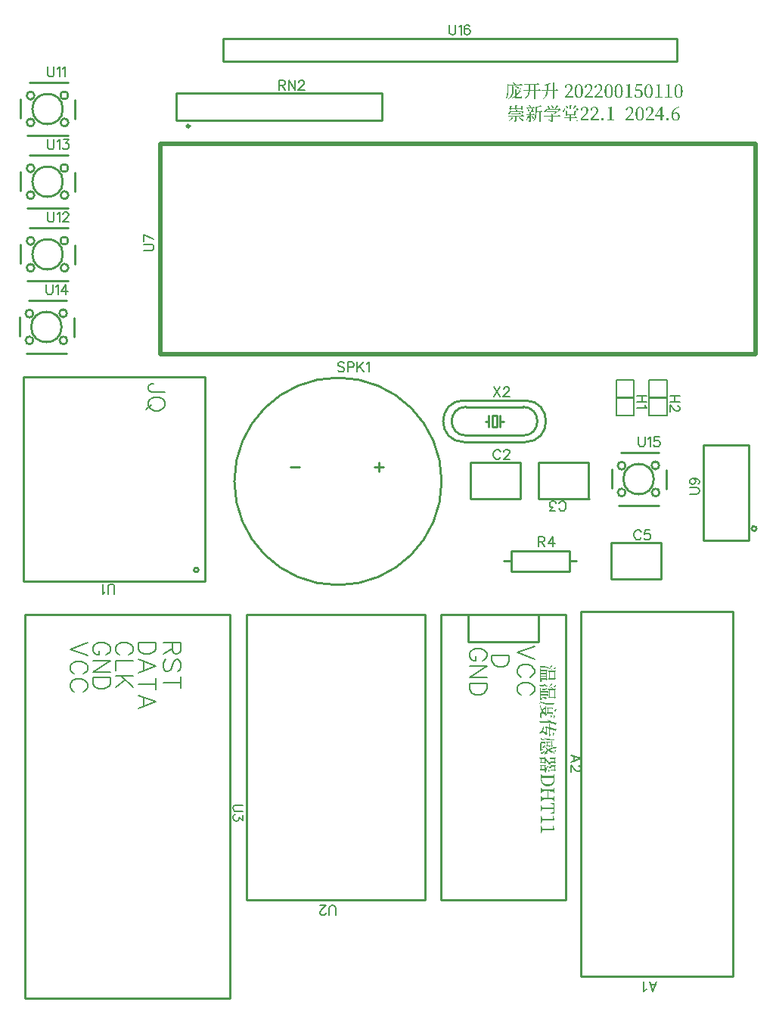
<source format=gto>
G04 Layer: TopSilkscreenLayer*
G04 EasyEDA v6.5.39, 2024-06-02 20:32:35*
G04 ef2d4929fbef40f6970fe1db0f733495,10*
G04 Gerber Generator version 0.2*
G04 Scale: 100 percent, Rotated: No, Reflected: No *
G04 Dimensions in millimeters *
G04 leading zeros omitted , absolute positions ,4 integer and 5 decimal *
%FSLAX45Y45*%
%MOMM*%

%ADD10C,0.1524*%
%ADD11C,0.2032*%
%ADD12C,0.2540*%
%ADD13C,0.2581*%
%ADD14C,0.5000*%
%ADD15C,0.3000*%
%ADD16C,0.0164*%

%LPD*%
G36*
X5755132Y-1148588D02*
G01*
X5753354Y-1150366D01*
X5758281Y-1155496D01*
X5763158Y-1161694D01*
X5767324Y-1168349D01*
X5770118Y-1174750D01*
X5773013Y-1176223D01*
X5775807Y-1176883D01*
X5778347Y-1176782D01*
X5780633Y-1175969D01*
X5782513Y-1174648D01*
X5783935Y-1172768D01*
X5784850Y-1170584D01*
X5785104Y-1168044D01*
X5784646Y-1165352D01*
X5783427Y-1162507D01*
X5781344Y-1159662D01*
X5778347Y-1156919D01*
X5774283Y-1154328D01*
X5769102Y-1152042D01*
X5762752Y-1150061D01*
G37*
G36*
X6200140Y-1151636D02*
G01*
X6200140Y-1234948D01*
X6147816Y-1234948D01*
X6147816Y-1176782D01*
X6164376Y-1172210D01*
X6178804Y-1167638D01*
X6182360Y-1168349D01*
X6185357Y-1168552D01*
X6187643Y-1168247D01*
X6189218Y-1167384D01*
X6171184Y-1152144D01*
X6163411Y-1156360D01*
X6154216Y-1160780D01*
X6143904Y-1165301D01*
X6132728Y-1169771D01*
X6120993Y-1174089D01*
X6109004Y-1178102D01*
X6097016Y-1181760D01*
X6085332Y-1184910D01*
X6086348Y-1188212D01*
X6097676Y-1186738D01*
X6109055Y-1184960D01*
X6120384Y-1182928D01*
X6131560Y-1180592D01*
X6131560Y-1234948D01*
X6078474Y-1234948D01*
X6080252Y-1240790D01*
X6131306Y-1240790D01*
X6131001Y-1247292D01*
X6129731Y-1260144D01*
X6128715Y-1266444D01*
X6127445Y-1272692D01*
X6125870Y-1278839D01*
X6123889Y-1284935D01*
X6121603Y-1290929D01*
X6118860Y-1296822D01*
X6115659Y-1302613D01*
X6112052Y-1308252D01*
X6107887Y-1313840D01*
X6103162Y-1319276D01*
X6097930Y-1324559D01*
X6092088Y-1329740D01*
X6085586Y-1334770D01*
X6087618Y-1337056D01*
X6094628Y-1333449D01*
X6101130Y-1329639D01*
X6107023Y-1325676D01*
X6112459Y-1321511D01*
X6117386Y-1317193D01*
X6121857Y-1312722D01*
X6125819Y-1308100D01*
X6129426Y-1303375D01*
X6132576Y-1298549D01*
X6135420Y-1293571D01*
X6137859Y-1288542D01*
X6139942Y-1283411D01*
X6141770Y-1278229D01*
X6143294Y-1272946D01*
X6145530Y-1262329D01*
X6146901Y-1251559D01*
X6147562Y-1240790D01*
X6200140Y-1240790D01*
X6200140Y-1337310D01*
X6203188Y-1337310D01*
X6207963Y-1336598D01*
X6212281Y-1334922D01*
X6215430Y-1332788D01*
X6216650Y-1330960D01*
X6216650Y-1240790D01*
X6261354Y-1240790D01*
X6263284Y-1240586D01*
X6264910Y-1239977D01*
X6266129Y-1238961D01*
X6266942Y-1237488D01*
X6260490Y-1231849D01*
X6246876Y-1220724D01*
X6235700Y-1234948D01*
X6216650Y-1234948D01*
X6216650Y-1159764D01*
X6219952Y-1158951D01*
X6222034Y-1157732D01*
X6223203Y-1156106D01*
X6223762Y-1154176D01*
G37*
G36*
X6035802Y-1154684D02*
G01*
X6025388Y-1167892D01*
X5883148Y-1167892D01*
X5884926Y-1173734D01*
X5991860Y-1173734D01*
X5991860Y-1236218D01*
X5945378Y-1236218D01*
X5945378Y-1173734D01*
X5928614Y-1173734D01*
X5928614Y-1236218D01*
X5875020Y-1236218D01*
X5877052Y-1242060D01*
X5928360Y-1242060D01*
X5927699Y-1252880D01*
X5926378Y-1263294D01*
X5925464Y-1268374D01*
X5922924Y-1278331D01*
X5921248Y-1283157D01*
X5917133Y-1292555D01*
X5914593Y-1297127D01*
X5911748Y-1301597D01*
X5908548Y-1305966D01*
X5904992Y-1310284D01*
X5901080Y-1314500D01*
X5896711Y-1318615D01*
X5891987Y-1322679D01*
X5886805Y-1326642D01*
X5881116Y-1330502D01*
X5875020Y-1334262D01*
X5877052Y-1336548D01*
X5885078Y-1333246D01*
X5892444Y-1329740D01*
X5899200Y-1326032D01*
X5905347Y-1322120D01*
X5910986Y-1318056D01*
X5916066Y-1313840D01*
X5920587Y-1309420D01*
X5924702Y-1304899D01*
X5928309Y-1300226D01*
X5931458Y-1295400D01*
X5934252Y-1290472D01*
X5936640Y-1285392D01*
X5938672Y-1280261D01*
X5940348Y-1275029D01*
X5941771Y-1269695D01*
X5942888Y-1264259D01*
X5944412Y-1253286D01*
X5945124Y-1242060D01*
X5991860Y-1242060D01*
X5991860Y-1336548D01*
X5994908Y-1336548D01*
X6000750Y-1335887D01*
X6005118Y-1334363D01*
X6007912Y-1332687D01*
X6008878Y-1331468D01*
X6008878Y-1242060D01*
X6059424Y-1242060D01*
X6061354Y-1241856D01*
X6062980Y-1241298D01*
X6064199Y-1240332D01*
X6065012Y-1239012D01*
X6046216Y-1221740D01*
X6036056Y-1236218D01*
X6008878Y-1236218D01*
X6008878Y-1173734D01*
X6049010Y-1173734D01*
X6050940Y-1173530D01*
X6052566Y-1172921D01*
X6053785Y-1171905D01*
X6054598Y-1170432D01*
X6042456Y-1160068D01*
G37*
G36*
X5841492Y-1163828D02*
G01*
X5830824Y-1177544D01*
X5709666Y-1177544D01*
X5691378Y-1169924D01*
X5691276Y-1247343D01*
X5690819Y-1260805D01*
X5689803Y-1274267D01*
X5689092Y-1280922D01*
X5686958Y-1294028D01*
X5685586Y-1300429D01*
X5683910Y-1306779D01*
X5681929Y-1312976D01*
X5679694Y-1319072D01*
X5677103Y-1324965D01*
X5674156Y-1330706D01*
X5670804Y-1336294D01*
X5673598Y-1338072D01*
X5678068Y-1333754D01*
X5682132Y-1329232D01*
X5685790Y-1324508D01*
X5689092Y-1319631D01*
X5692038Y-1314602D01*
X5694629Y-1309471D01*
X5696915Y-1304239D01*
X5698896Y-1298905D01*
X5700623Y-1293469D01*
X5703316Y-1282496D01*
X5705144Y-1271422D01*
X5706262Y-1260398D01*
X5706872Y-1249527D01*
X5707126Y-1239012D01*
X5707126Y-1183640D01*
X5855208Y-1183640D01*
X5857189Y-1183436D01*
X5858865Y-1182827D01*
X5860084Y-1181811D01*
X5860796Y-1180338D01*
X5848400Y-1169517D01*
G37*
G36*
X6380480Y-1168908D02*
G01*
X6374993Y-1169162D01*
X6369710Y-1169822D01*
X6364579Y-1170990D01*
X6359753Y-1172616D01*
X6355181Y-1174750D01*
X6350965Y-1177290D01*
X6347155Y-1180338D01*
X6343802Y-1183792D01*
X6340957Y-1187754D01*
X6338620Y-1192174D01*
X6336893Y-1197102D01*
X6335776Y-1202436D01*
X6337757Y-1205230D01*
X6340246Y-1207363D01*
X6343192Y-1208786D01*
X6346444Y-1209294D01*
X6350457Y-1208532D01*
X6353759Y-1206144D01*
X6356502Y-1201775D01*
X6358636Y-1195324D01*
X6363208Y-1179068D01*
X6369659Y-1177899D01*
X6375146Y-1177544D01*
X6381140Y-1178102D01*
X6386474Y-1179830D01*
X6391097Y-1182573D01*
X6395008Y-1186281D01*
X6398158Y-1190853D01*
X6400444Y-1196289D01*
X6401866Y-1202436D01*
X6402324Y-1209294D01*
X6402120Y-1213713D01*
X6401460Y-1218184D01*
X6400393Y-1222603D01*
X6398869Y-1227124D01*
X6396939Y-1231747D01*
X6394551Y-1236421D01*
X6391706Y-1241298D01*
X6388404Y-1246327D01*
X6380429Y-1256995D01*
X6370574Y-1268730D01*
X6336792Y-1307084D01*
X6336792Y-1320800D01*
X6428232Y-1320800D01*
X6428232Y-1303528D01*
X6351016Y-1303528D01*
X6377178Y-1276604D01*
X6392062Y-1260805D01*
X6403543Y-1247698D01*
X6408166Y-1241958D01*
X6412026Y-1236624D01*
X6415176Y-1231595D01*
X6417665Y-1226820D01*
X6419596Y-1222197D01*
X6420866Y-1217625D01*
X6421628Y-1213002D01*
X6421882Y-1208278D01*
X6421628Y-1202639D01*
X6420815Y-1197356D01*
X6419443Y-1192377D01*
X6417513Y-1187805D01*
X6415024Y-1183640D01*
X6411925Y-1179931D01*
X6408267Y-1176680D01*
X6403949Y-1173988D01*
X6399072Y-1171803D01*
X6393535Y-1170228D01*
X6387338Y-1169263D01*
G37*
G36*
X6493510Y-1168908D02*
G01*
X6488988Y-1169162D01*
X6484569Y-1169924D01*
X6480200Y-1171194D01*
X6475984Y-1172972D01*
X6471920Y-1175359D01*
X6468059Y-1178356D01*
X6464401Y-1181912D01*
X6460947Y-1186129D01*
X6457848Y-1191006D01*
X6455003Y-1196543D01*
X6452565Y-1202791D01*
X6450482Y-1209751D01*
X6448806Y-1217422D01*
X6447536Y-1225854D01*
X6446774Y-1235100D01*
X6446520Y-1245108D01*
X6466332Y-1245108D01*
X6466586Y-1232560D01*
X6467348Y-1221587D01*
X6468567Y-1212088D01*
X6470192Y-1203960D01*
X6472224Y-1197102D01*
X6474561Y-1191463D01*
X6477254Y-1186891D01*
X6480149Y-1183386D01*
X6483248Y-1180795D01*
X6486550Y-1179068D01*
X6490004Y-1178102D01*
X6493510Y-1177798D01*
X6496862Y-1178102D01*
X6500164Y-1179068D01*
X6503314Y-1180795D01*
X6506362Y-1183386D01*
X6509156Y-1186891D01*
X6511747Y-1191463D01*
X6514084Y-1197102D01*
X6516065Y-1203960D01*
X6517690Y-1212088D01*
X6518909Y-1221587D01*
X6519672Y-1232560D01*
X6519926Y-1245108D01*
X6519672Y-1258112D01*
X6518909Y-1269542D01*
X6517690Y-1279398D01*
X6516065Y-1287881D01*
X6514084Y-1295044D01*
X6511747Y-1300937D01*
X6509156Y-1305661D01*
X6506362Y-1309319D01*
X6503314Y-1312062D01*
X6500164Y-1313840D01*
X6496862Y-1314907D01*
X6493510Y-1315212D01*
X6490868Y-1315059D01*
X6488277Y-1314500D01*
X6485737Y-1313484D01*
X6483248Y-1312062D01*
X6480911Y-1310132D01*
X6478676Y-1307693D01*
X6476542Y-1304645D01*
X6474561Y-1301038D01*
X6472783Y-1296720D01*
X6471158Y-1291742D01*
X6469786Y-1286002D01*
X6468567Y-1279550D01*
X6467602Y-1272235D01*
X6466941Y-1264107D01*
X6466484Y-1255064D01*
X6466332Y-1245108D01*
X6446520Y-1245108D01*
X6446774Y-1255471D01*
X6447536Y-1265021D01*
X6448806Y-1273759D01*
X6450482Y-1281684D01*
X6452565Y-1288846D01*
X6455003Y-1295298D01*
X6457848Y-1300988D01*
X6460947Y-1305966D01*
X6464401Y-1310284D01*
X6468059Y-1313942D01*
X6471920Y-1316990D01*
X6475984Y-1319428D01*
X6480200Y-1321308D01*
X6484569Y-1322578D01*
X6488988Y-1323340D01*
X6493510Y-1323594D01*
X6497878Y-1323340D01*
X6502196Y-1322578D01*
X6506464Y-1321308D01*
X6510578Y-1319428D01*
X6514592Y-1316990D01*
X6518402Y-1313942D01*
X6522008Y-1310284D01*
X6525361Y-1305966D01*
X6528460Y-1300988D01*
X6531254Y-1295298D01*
X6533743Y-1288846D01*
X6535826Y-1281684D01*
X6537452Y-1273759D01*
X6538722Y-1265021D01*
X6539484Y-1255471D01*
X6539738Y-1245108D01*
X6539484Y-1235100D01*
X6538722Y-1225854D01*
X6537452Y-1217422D01*
X6535826Y-1209751D01*
X6533743Y-1202791D01*
X6531254Y-1196543D01*
X6528460Y-1191006D01*
X6525361Y-1186129D01*
X6522008Y-1181912D01*
X6518402Y-1178356D01*
X6514592Y-1175359D01*
X6510578Y-1172972D01*
X6506464Y-1171194D01*
X6502196Y-1169924D01*
X6497878Y-1169162D01*
G37*
G36*
X6603492Y-1168908D02*
G01*
X6598005Y-1169162D01*
X6592722Y-1169822D01*
X6587591Y-1170990D01*
X6582765Y-1172616D01*
X6578193Y-1174750D01*
X6573977Y-1177290D01*
X6570167Y-1180338D01*
X6566814Y-1183792D01*
X6563969Y-1187754D01*
X6561632Y-1192174D01*
X6559905Y-1197102D01*
X6558788Y-1202436D01*
X6560769Y-1205230D01*
X6563309Y-1207363D01*
X6566306Y-1208786D01*
X6569709Y-1209294D01*
X6573570Y-1208532D01*
X6576872Y-1206144D01*
X6579616Y-1201775D01*
X6581902Y-1195324D01*
X6586220Y-1179068D01*
X6592874Y-1177899D01*
X6598412Y-1177544D01*
X6604304Y-1178102D01*
X6609638Y-1179830D01*
X6614261Y-1182573D01*
X6618173Y-1186281D01*
X6621322Y-1190853D01*
X6623659Y-1196289D01*
X6625081Y-1202436D01*
X6625590Y-1209294D01*
X6625386Y-1213713D01*
X6624726Y-1218184D01*
X6623659Y-1222603D01*
X6622135Y-1227124D01*
X6620205Y-1231747D01*
X6617766Y-1236421D01*
X6614922Y-1241298D01*
X6607809Y-1251559D01*
X6598818Y-1262735D01*
X6559803Y-1307084D01*
X6559803Y-1320800D01*
X6651244Y-1320800D01*
X6651244Y-1303528D01*
X6574028Y-1303528D01*
X6600444Y-1276604D01*
X6615328Y-1260805D01*
X6626809Y-1247698D01*
X6631431Y-1241958D01*
X6635292Y-1236624D01*
X6638442Y-1231595D01*
X6640931Y-1226820D01*
X6642862Y-1222197D01*
X6644131Y-1217625D01*
X6644894Y-1213002D01*
X6645148Y-1208278D01*
X6644894Y-1202639D01*
X6644030Y-1197356D01*
X6642658Y-1192377D01*
X6640728Y-1187805D01*
X6638188Y-1183640D01*
X6635089Y-1179931D01*
X6631381Y-1176680D01*
X6627063Y-1173988D01*
X6622084Y-1171803D01*
X6616547Y-1170228D01*
X6610350Y-1169263D01*
G37*
G36*
X6715252Y-1168908D02*
G01*
X6709714Y-1169162D01*
X6704380Y-1169822D01*
X6699250Y-1170990D01*
X6694424Y-1172616D01*
X6689852Y-1174750D01*
X6685686Y-1177290D01*
X6681876Y-1180338D01*
X6678523Y-1183792D01*
X6675678Y-1187754D01*
X6673342Y-1192174D01*
X6671665Y-1197102D01*
X6670548Y-1202436D01*
X6672427Y-1205230D01*
X6674916Y-1207363D01*
X6677914Y-1208786D01*
X6681216Y-1209294D01*
X6685127Y-1208532D01*
X6688480Y-1206144D01*
X6691223Y-1201775D01*
X6693408Y-1195324D01*
X6697980Y-1179068D01*
X6704431Y-1177899D01*
X6709918Y-1177544D01*
X6715810Y-1178102D01*
X6721144Y-1179830D01*
X6725767Y-1182573D01*
X6729679Y-1186281D01*
X6732828Y-1190853D01*
X6735165Y-1196289D01*
X6736588Y-1202436D01*
X6737096Y-1209294D01*
X6736892Y-1213713D01*
X6736232Y-1218184D01*
X6735165Y-1222603D01*
X6733641Y-1227124D01*
X6731711Y-1231747D01*
X6729272Y-1236421D01*
X6726428Y-1241298D01*
X6719316Y-1251559D01*
X6710324Y-1262735D01*
X6671564Y-1307084D01*
X6671564Y-1320800D01*
X6763003Y-1320800D01*
X6763003Y-1303528D01*
X6685788Y-1303528D01*
X6711950Y-1276604D01*
X6726834Y-1260805D01*
X6738315Y-1247698D01*
X6742938Y-1241958D01*
X6746798Y-1236624D01*
X6749948Y-1231595D01*
X6752437Y-1226820D01*
X6754368Y-1222197D01*
X6755638Y-1217625D01*
X6756400Y-1213002D01*
X6756653Y-1208278D01*
X6756400Y-1202639D01*
X6755587Y-1197356D01*
X6754164Y-1192377D01*
X6752234Y-1187805D01*
X6749745Y-1183640D01*
X6746595Y-1179931D01*
X6742938Y-1176680D01*
X6738620Y-1173988D01*
X6733743Y-1171803D01*
X6728206Y-1170228D01*
X6722059Y-1169263D01*
G37*
G36*
X6828028Y-1168908D02*
G01*
X6823557Y-1169162D01*
X6819188Y-1169924D01*
X6814870Y-1171194D01*
X6810654Y-1172972D01*
X6806590Y-1175359D01*
X6802729Y-1178356D01*
X6799122Y-1181912D01*
X6795719Y-1186129D01*
X6792569Y-1191006D01*
X6789775Y-1196543D01*
X6787337Y-1202791D01*
X6785254Y-1209751D01*
X6783578Y-1217422D01*
X6782308Y-1225854D01*
X6781546Y-1235100D01*
X6781292Y-1245108D01*
X6800850Y-1245108D01*
X6801103Y-1232560D01*
X6801866Y-1221587D01*
X6803085Y-1212088D01*
X6804710Y-1203960D01*
X6806742Y-1197102D01*
X6809079Y-1191463D01*
X6811772Y-1186891D01*
X6814667Y-1183386D01*
X6817766Y-1180795D01*
X6821068Y-1179068D01*
X6824522Y-1178102D01*
X6828028Y-1177798D01*
X6831431Y-1178102D01*
X6834733Y-1179068D01*
X6837934Y-1180795D01*
X6840981Y-1183386D01*
X6843775Y-1186891D01*
X6846366Y-1191463D01*
X6848652Y-1197102D01*
X6850634Y-1203960D01*
X6852259Y-1212088D01*
X6853428Y-1221587D01*
X6854190Y-1232560D01*
X6854444Y-1245108D01*
X6854190Y-1258112D01*
X6853428Y-1269542D01*
X6852259Y-1279398D01*
X6850634Y-1287881D01*
X6848652Y-1295044D01*
X6846366Y-1300937D01*
X6843775Y-1305661D01*
X6840981Y-1309319D01*
X6837934Y-1312062D01*
X6834733Y-1313840D01*
X6831431Y-1314907D01*
X6828028Y-1315212D01*
X6825386Y-1315059D01*
X6822795Y-1314500D01*
X6820255Y-1313484D01*
X6817766Y-1312062D01*
X6815429Y-1310132D01*
X6813194Y-1307693D01*
X6811060Y-1304645D01*
X6809079Y-1301038D01*
X6807301Y-1296720D01*
X6805675Y-1291742D01*
X6804304Y-1286002D01*
X6803085Y-1279550D01*
X6802120Y-1272235D01*
X6801459Y-1264107D01*
X6801002Y-1255064D01*
X6800850Y-1245108D01*
X6781292Y-1245108D01*
X6781546Y-1255471D01*
X6782308Y-1265021D01*
X6783578Y-1273759D01*
X6785254Y-1281684D01*
X6787337Y-1288846D01*
X6789775Y-1295298D01*
X6792569Y-1300988D01*
X6795719Y-1305966D01*
X6799122Y-1310284D01*
X6802729Y-1313942D01*
X6806590Y-1316990D01*
X6810654Y-1319428D01*
X6814870Y-1321308D01*
X6819188Y-1322578D01*
X6823557Y-1323340D01*
X6828028Y-1323594D01*
X6832396Y-1323340D01*
X6836714Y-1322578D01*
X6840981Y-1321308D01*
X6845147Y-1319428D01*
X6849160Y-1316990D01*
X6853021Y-1313942D01*
X6856628Y-1310284D01*
X6860031Y-1305966D01*
X6863130Y-1300988D01*
X6865975Y-1295298D01*
X6868414Y-1288846D01*
X6870547Y-1281684D01*
X6872224Y-1273759D01*
X6873494Y-1265021D01*
X6874256Y-1255471D01*
X6874509Y-1245108D01*
X6874256Y-1235100D01*
X6873494Y-1225854D01*
X6872224Y-1217422D01*
X6870547Y-1209751D01*
X6868414Y-1202791D01*
X6865975Y-1196543D01*
X6863130Y-1191006D01*
X6860031Y-1186129D01*
X6856628Y-1181912D01*
X6853021Y-1178356D01*
X6849160Y-1175359D01*
X6845147Y-1172972D01*
X6840981Y-1171194D01*
X6836714Y-1169924D01*
X6832396Y-1169162D01*
G37*
G36*
X6939788Y-1168908D02*
G01*
X6935266Y-1169162D01*
X6930847Y-1169924D01*
X6926478Y-1171194D01*
X6922262Y-1172972D01*
X6918198Y-1175359D01*
X6914337Y-1178356D01*
X6910679Y-1181912D01*
X6907225Y-1186129D01*
X6904126Y-1191006D01*
X6901281Y-1196543D01*
X6898843Y-1202791D01*
X6896760Y-1209751D01*
X6895084Y-1217422D01*
X6893814Y-1225854D01*
X6893052Y-1235100D01*
X6892798Y-1245108D01*
X6912356Y-1245108D01*
X6912609Y-1232560D01*
X6913422Y-1221587D01*
X6914642Y-1212088D01*
X6916318Y-1203960D01*
X6918350Y-1197102D01*
X6920738Y-1191463D01*
X6923430Y-1186891D01*
X6926376Y-1183386D01*
X6929526Y-1180795D01*
X6932828Y-1179068D01*
X6936282Y-1178102D01*
X6939788Y-1177798D01*
X6943140Y-1178102D01*
X6946442Y-1179068D01*
X6949592Y-1180795D01*
X6952640Y-1183386D01*
X6955434Y-1186891D01*
X6958025Y-1191463D01*
X6960362Y-1197102D01*
X6962343Y-1203960D01*
X6963968Y-1212088D01*
X6965188Y-1221587D01*
X6965950Y-1232560D01*
X6966203Y-1245108D01*
X6965950Y-1258112D01*
X6965188Y-1269542D01*
X6963968Y-1279398D01*
X6962343Y-1287881D01*
X6960362Y-1295044D01*
X6958025Y-1300937D01*
X6955434Y-1305661D01*
X6952640Y-1309319D01*
X6949592Y-1312062D01*
X6946442Y-1313840D01*
X6943140Y-1314907D01*
X6939788Y-1315212D01*
X6937146Y-1315059D01*
X6934504Y-1314500D01*
X6931964Y-1313484D01*
X6929526Y-1312062D01*
X6927138Y-1310132D01*
X6924852Y-1307693D01*
X6922719Y-1304645D01*
X6920738Y-1301038D01*
X6918909Y-1296720D01*
X6917283Y-1291742D01*
X6915861Y-1286002D01*
X6914642Y-1279550D01*
X6913676Y-1272235D01*
X6912965Y-1264107D01*
X6912508Y-1255064D01*
X6912356Y-1245108D01*
X6892798Y-1245108D01*
X6893052Y-1255471D01*
X6893814Y-1265021D01*
X6895084Y-1273759D01*
X6896760Y-1281684D01*
X6898843Y-1288846D01*
X6901281Y-1295298D01*
X6904126Y-1300988D01*
X6907225Y-1305966D01*
X6910679Y-1310284D01*
X6914337Y-1313942D01*
X6918198Y-1316990D01*
X6922262Y-1319428D01*
X6926478Y-1321308D01*
X6930847Y-1322578D01*
X6935266Y-1323340D01*
X6939788Y-1323594D01*
X6944156Y-1323340D01*
X6948474Y-1322578D01*
X6952742Y-1321308D01*
X6956856Y-1319428D01*
X6960870Y-1316990D01*
X6964680Y-1313942D01*
X6968286Y-1310284D01*
X6971690Y-1305966D01*
X6974738Y-1300988D01*
X6977532Y-1295298D01*
X6980021Y-1288846D01*
X6982104Y-1281684D01*
X6983730Y-1273759D01*
X6985000Y-1265021D01*
X6985762Y-1255471D01*
X6986016Y-1245108D01*
X6985762Y-1235100D01*
X6985000Y-1225854D01*
X6983730Y-1217422D01*
X6982053Y-1209751D01*
X6980021Y-1202791D01*
X6977532Y-1196543D01*
X6974738Y-1191006D01*
X6971690Y-1186129D01*
X6968286Y-1181912D01*
X6964680Y-1178356D01*
X6960870Y-1175359D01*
X6956856Y-1172972D01*
X6952742Y-1171194D01*
X6948474Y-1169924D01*
X6944156Y-1169162D01*
G37*
G36*
X7274306Y-1168908D02*
G01*
X7269835Y-1169162D01*
X7265416Y-1169924D01*
X7261098Y-1171194D01*
X7256881Y-1172972D01*
X7252817Y-1175359D01*
X7248956Y-1178356D01*
X7245299Y-1181912D01*
X7241844Y-1186129D01*
X7238695Y-1191006D01*
X7235901Y-1196543D01*
X7233412Y-1202791D01*
X7231278Y-1209751D01*
X7229602Y-1217422D01*
X7228331Y-1225854D01*
X7227570Y-1235100D01*
X7227316Y-1245108D01*
X7247128Y-1245108D01*
X7247381Y-1232560D01*
X7248144Y-1221587D01*
X7249363Y-1212088D01*
X7250988Y-1203960D01*
X7253020Y-1197102D01*
X7255357Y-1191463D01*
X7258050Y-1186891D01*
X7260945Y-1183386D01*
X7264044Y-1180795D01*
X7267346Y-1179068D01*
X7270800Y-1178102D01*
X7274306Y-1177798D01*
X7277709Y-1178102D01*
X7281011Y-1179068D01*
X7284212Y-1180795D01*
X7287259Y-1183386D01*
X7290053Y-1186891D01*
X7292644Y-1191463D01*
X7294930Y-1197102D01*
X7296912Y-1203960D01*
X7298537Y-1212088D01*
X7299706Y-1221587D01*
X7300468Y-1232560D01*
X7300722Y-1245108D01*
X7300468Y-1258112D01*
X7299706Y-1269542D01*
X7298537Y-1279398D01*
X7296912Y-1287881D01*
X7294930Y-1295044D01*
X7292644Y-1300937D01*
X7290053Y-1305661D01*
X7287259Y-1309319D01*
X7284212Y-1312062D01*
X7281011Y-1313840D01*
X7277709Y-1314907D01*
X7274306Y-1315212D01*
X7271664Y-1315059D01*
X7269073Y-1314500D01*
X7266533Y-1313484D01*
X7264044Y-1312062D01*
X7261707Y-1310132D01*
X7259472Y-1307693D01*
X7257338Y-1304645D01*
X7255408Y-1301038D01*
X7253579Y-1296720D01*
X7251953Y-1291742D01*
X7250582Y-1286002D01*
X7249363Y-1279550D01*
X7248398Y-1272235D01*
X7247737Y-1264107D01*
X7247280Y-1255064D01*
X7247128Y-1245108D01*
X7227316Y-1245108D01*
X7227570Y-1255471D01*
X7228331Y-1265021D01*
X7229602Y-1273759D01*
X7231278Y-1281684D01*
X7233412Y-1288846D01*
X7235901Y-1295298D01*
X7238695Y-1300988D01*
X7241844Y-1305966D01*
X7245299Y-1310284D01*
X7248956Y-1313942D01*
X7252817Y-1316990D01*
X7256881Y-1319428D01*
X7261098Y-1321308D01*
X7265416Y-1322578D01*
X7269835Y-1323340D01*
X7274306Y-1323594D01*
X7278674Y-1323340D01*
X7282992Y-1322578D01*
X7287259Y-1321308D01*
X7291425Y-1319428D01*
X7295438Y-1316990D01*
X7299299Y-1313942D01*
X7302906Y-1310284D01*
X7306309Y-1305966D01*
X7309408Y-1300988D01*
X7312253Y-1295298D01*
X7314692Y-1288846D01*
X7316825Y-1281684D01*
X7318502Y-1273759D01*
X7319772Y-1265021D01*
X7320534Y-1255471D01*
X7320788Y-1245108D01*
X7320534Y-1235100D01*
X7319772Y-1225854D01*
X7318502Y-1217422D01*
X7316825Y-1209751D01*
X7314692Y-1202791D01*
X7312253Y-1196543D01*
X7309408Y-1191006D01*
X7306309Y-1186129D01*
X7302906Y-1181912D01*
X7299299Y-1178356D01*
X7295438Y-1175359D01*
X7291425Y-1172972D01*
X7287259Y-1171194D01*
X7282992Y-1169924D01*
X7278674Y-1169162D01*
G37*
G36*
X7609078Y-1168908D02*
G01*
X7604556Y-1169162D01*
X7600137Y-1169924D01*
X7595768Y-1171194D01*
X7591552Y-1172972D01*
X7587488Y-1175359D01*
X7583627Y-1178356D01*
X7579969Y-1181912D01*
X7576515Y-1186129D01*
X7573416Y-1191006D01*
X7570571Y-1196543D01*
X7568133Y-1202791D01*
X7566050Y-1209751D01*
X7564374Y-1217422D01*
X7563103Y-1225854D01*
X7562342Y-1235100D01*
X7562088Y-1245108D01*
X7581900Y-1245108D01*
X7582153Y-1232560D01*
X7582916Y-1221587D01*
X7584135Y-1212088D01*
X7585760Y-1203960D01*
X7587792Y-1197102D01*
X7590129Y-1191463D01*
X7592822Y-1186891D01*
X7595717Y-1183386D01*
X7598816Y-1180795D01*
X7602118Y-1179068D01*
X7605572Y-1178102D01*
X7609078Y-1177798D01*
X7612430Y-1178102D01*
X7615732Y-1179068D01*
X7618882Y-1180795D01*
X7621930Y-1183386D01*
X7624724Y-1186891D01*
X7627315Y-1191463D01*
X7629652Y-1197102D01*
X7631633Y-1203960D01*
X7633258Y-1212088D01*
X7634478Y-1221587D01*
X7635240Y-1232560D01*
X7635494Y-1245108D01*
X7635240Y-1258112D01*
X7634478Y-1269542D01*
X7633258Y-1279398D01*
X7631633Y-1287881D01*
X7629652Y-1295044D01*
X7627315Y-1300937D01*
X7624724Y-1305661D01*
X7621930Y-1309319D01*
X7618882Y-1312062D01*
X7615732Y-1313840D01*
X7612430Y-1314907D01*
X7609078Y-1315212D01*
X7606436Y-1315059D01*
X7603845Y-1314500D01*
X7601305Y-1313484D01*
X7598816Y-1312062D01*
X7596479Y-1310132D01*
X7594244Y-1307693D01*
X7592110Y-1304645D01*
X7590129Y-1301038D01*
X7588351Y-1296720D01*
X7586725Y-1291742D01*
X7585354Y-1286002D01*
X7584135Y-1279550D01*
X7583170Y-1272235D01*
X7582509Y-1264107D01*
X7582052Y-1255064D01*
X7581900Y-1245108D01*
X7562088Y-1245108D01*
X7562342Y-1255471D01*
X7563103Y-1265021D01*
X7564374Y-1273759D01*
X7566050Y-1281684D01*
X7568133Y-1288846D01*
X7570571Y-1295298D01*
X7573416Y-1300988D01*
X7576515Y-1305966D01*
X7579969Y-1310284D01*
X7583627Y-1313942D01*
X7587488Y-1316990D01*
X7591552Y-1319428D01*
X7595768Y-1321308D01*
X7600137Y-1322578D01*
X7604556Y-1323340D01*
X7609078Y-1323594D01*
X7613446Y-1323340D01*
X7617764Y-1322578D01*
X7622031Y-1321308D01*
X7626146Y-1319428D01*
X7630159Y-1316990D01*
X7633970Y-1313942D01*
X7637576Y-1310284D01*
X7640980Y-1305966D01*
X7644028Y-1300988D01*
X7646822Y-1295298D01*
X7649311Y-1288846D01*
X7651394Y-1281684D01*
X7653020Y-1273759D01*
X7654290Y-1265021D01*
X7655052Y-1255471D01*
X7655306Y-1245108D01*
X7655052Y-1235100D01*
X7654290Y-1225854D01*
X7653020Y-1217422D01*
X7651394Y-1209751D01*
X7649311Y-1202791D01*
X7646822Y-1196543D01*
X7644028Y-1191006D01*
X7640929Y-1186129D01*
X7637576Y-1181912D01*
X7633970Y-1178356D01*
X7630159Y-1175359D01*
X7626146Y-1172972D01*
X7622031Y-1171194D01*
X7617764Y-1169924D01*
X7613446Y-1169162D01*
G37*
G36*
X7059930Y-1169670D02*
G01*
X7014209Y-1181608D01*
X7014209Y-1189228D01*
X7043928Y-1186434D01*
X7043877Y-1282750D01*
X7043420Y-1309370D01*
X7011924Y-1313942D01*
X7011924Y-1320800D01*
X7093966Y-1320800D01*
X7093966Y-1313942D01*
X7062724Y-1309370D01*
X7062216Y-1273810D01*
X7062216Y-1203960D01*
X7062978Y-1171956D01*
G37*
G36*
X7394702Y-1169670D02*
G01*
X7348981Y-1181608D01*
X7348981Y-1189228D01*
X7378700Y-1186434D01*
X7378649Y-1282750D01*
X7378192Y-1309370D01*
X7346442Y-1313942D01*
X7346442Y-1320800D01*
X7428484Y-1320800D01*
X7428484Y-1313942D01*
X7397242Y-1309370D01*
X7397038Y-1291691D01*
X7396988Y-1203960D01*
X7397750Y-1171956D01*
G37*
G36*
X7506208Y-1169670D02*
G01*
X7460488Y-1181608D01*
X7460488Y-1189228D01*
X7490206Y-1186434D01*
X7490155Y-1282750D01*
X7489698Y-1309370D01*
X7457948Y-1313942D01*
X7457948Y-1320800D01*
X7540244Y-1320800D01*
X7540244Y-1313942D01*
X7508748Y-1309370D01*
X7508494Y-1203960D01*
X7509256Y-1171956D01*
G37*
G36*
X7131812Y-1171956D02*
G01*
X7127240Y-1241298D01*
X7132828Y-1243076D01*
X7138212Y-1241755D01*
X7143597Y-1240790D01*
X7148931Y-1240231D01*
X7154164Y-1240028D01*
X7159345Y-1240282D01*
X7164171Y-1241094D01*
X7168642Y-1242466D01*
X7172756Y-1244295D01*
X7176414Y-1246682D01*
X7179665Y-1249578D01*
X7182510Y-1252931D01*
X7184847Y-1256741D01*
X7186726Y-1261008D01*
X7188098Y-1265783D01*
X7188911Y-1270965D01*
X7189216Y-1276604D01*
X7188962Y-1282293D01*
X7188250Y-1287576D01*
X7187031Y-1292504D01*
X7185304Y-1296974D01*
X7183120Y-1301089D01*
X7180529Y-1304645D01*
X7177430Y-1307795D01*
X7173925Y-1310386D01*
X7169912Y-1312468D01*
X7165543Y-1313992D01*
X7160666Y-1314907D01*
X7155434Y-1315212D01*
X7151878Y-1315059D01*
X7144918Y-1314043D01*
X7141464Y-1313180D01*
X7137908Y-1299718D01*
X7135774Y-1292910D01*
X7133234Y-1288643D01*
X7130034Y-1286408D01*
X7125716Y-1285748D01*
X7122312Y-1286205D01*
X7119366Y-1287475D01*
X7116978Y-1289710D01*
X7115302Y-1292860D01*
X7117384Y-1300022D01*
X7120432Y-1306220D01*
X7124344Y-1311503D01*
X7129170Y-1315821D01*
X7134809Y-1319225D01*
X7141311Y-1321663D01*
X7148626Y-1323086D01*
X7156703Y-1323594D01*
X7162495Y-1323390D01*
X7167981Y-1322679D01*
X7173214Y-1321612D01*
X7178141Y-1320088D01*
X7182713Y-1318158D01*
X7187031Y-1315872D01*
X7190943Y-1313180D01*
X7194550Y-1310182D01*
X7197750Y-1306779D01*
X7200595Y-1303070D01*
X7203033Y-1299057D01*
X7205065Y-1294790D01*
X7206691Y-1290167D01*
X7207808Y-1285290D01*
X7208520Y-1280210D01*
X7208774Y-1274826D01*
X7208367Y-1267663D01*
X7207148Y-1261059D01*
X7205218Y-1254963D01*
X7202576Y-1249476D01*
X7199223Y-1244600D01*
X7195261Y-1240332D01*
X7190740Y-1236624D01*
X7185609Y-1233627D01*
X7179970Y-1231188D01*
X7173823Y-1229512D01*
X7167219Y-1228445D01*
X7160259Y-1228090D01*
X7154316Y-1228293D01*
X7148677Y-1228902D01*
X7143140Y-1229918D01*
X7137653Y-1231392D01*
X7140448Y-1189228D01*
X7204709Y-1189228D01*
X7204709Y-1171956D01*
G37*
G36*
X5748274Y-1188974D02*
G01*
X5748020Y-1223264D01*
X5711952Y-1223264D01*
X5713476Y-1229106D01*
X5748020Y-1229106D01*
X5747258Y-1242060D01*
X5745937Y-1254506D01*
X5743854Y-1266393D01*
X5740806Y-1277670D01*
X5738876Y-1283157D01*
X5736691Y-1288491D01*
X5734151Y-1293672D01*
X5731256Y-1298752D01*
X5728004Y-1303680D01*
X5724398Y-1308455D01*
X5720334Y-1313129D01*
X5715863Y-1317650D01*
X5710936Y-1322070D01*
X5705500Y-1326337D01*
X5699607Y-1330502D01*
X5693156Y-1334516D01*
X5695696Y-1337564D01*
X5702503Y-1334363D01*
X5708853Y-1331010D01*
X5714695Y-1327607D01*
X5720181Y-1324051D01*
X5725160Y-1320342D01*
X5729782Y-1316532D01*
X5734050Y-1312621D01*
X5737910Y-1308608D01*
X5741416Y-1304442D01*
X5744616Y-1300175D01*
X5747461Y-1295806D01*
X5750001Y-1291336D01*
X5752287Y-1286764D01*
X5754319Y-1282039D01*
X5756097Y-1277213D01*
X5758942Y-1267256D01*
X5761075Y-1256893D01*
X5762498Y-1246073D01*
X5763768Y-1229106D01*
X5781294Y-1229106D01*
X5781294Y-1294892D01*
X5770321Y-1304239D01*
X5758688Y-1312824D01*
X5746496Y-1320698D01*
X5733796Y-1327912D01*
X5735828Y-1331214D01*
X5747816Y-1326032D01*
X5759399Y-1320444D01*
X5770575Y-1314196D01*
X5781294Y-1307338D01*
X5781294Y-1314704D01*
X5782106Y-1322070D01*
X5785154Y-1326845D01*
X5791250Y-1329436D01*
X5801360Y-1330198D01*
X5831332Y-1330045D01*
X5839714Y-1329639D01*
X5846216Y-1328928D01*
X5851093Y-1327912D01*
X5854547Y-1326540D01*
X5856732Y-1324864D01*
X5857900Y-1322781D01*
X5858256Y-1320292D01*
X5857951Y-1318209D01*
X5856884Y-1316380D01*
X5854954Y-1314805D01*
X5851906Y-1313434D01*
X5851144Y-1296670D01*
X5848604Y-1296670D01*
X5845606Y-1306931D01*
X5844133Y-1310792D01*
X5842762Y-1313180D01*
X5840882Y-1314551D01*
X5838444Y-1314958D01*
X5832043Y-1315161D01*
X5804916Y-1315212D01*
X5800648Y-1315008D01*
X5798159Y-1314246D01*
X5797042Y-1312722D01*
X5796788Y-1310386D01*
X5796788Y-1295908D01*
X5802426Y-1290929D01*
X5807862Y-1285748D01*
X5813094Y-1280363D01*
X5823102Y-1268831D01*
X5827877Y-1262684D01*
X5832449Y-1256334D01*
X5836920Y-1249680D01*
X5840171Y-1249984D01*
X5842558Y-1249781D01*
X5844184Y-1249019D01*
X5845302Y-1247648D01*
X5825236Y-1237234D01*
X5818733Y-1248816D01*
X5811875Y-1259636D01*
X5804560Y-1269695D01*
X5796788Y-1279144D01*
X5796788Y-1229106D01*
X5850636Y-1229106D01*
X5852566Y-1228902D01*
X5854141Y-1228293D01*
X5855208Y-1227277D01*
X5855716Y-1225804D01*
X5849924Y-1220724D01*
X5837174Y-1210564D01*
X5827014Y-1223264D01*
X5764276Y-1223264D01*
X5764784Y-1196594D01*
X5767730Y-1195933D01*
X5769813Y-1194765D01*
X5771083Y-1193190D01*
X5771642Y-1191260D01*
G37*
G36*
X5784596Y-1191260D02*
G01*
X5782818Y-1193038D01*
X5789930Y-1198321D01*
X5797245Y-1204823D01*
X5803798Y-1211884D01*
X5808472Y-1218692D01*
X5811367Y-1219606D01*
X5813958Y-1219708D01*
X5816193Y-1219149D01*
X5818073Y-1217930D01*
X5819444Y-1216253D01*
X5820257Y-1214120D01*
X5820511Y-1211732D01*
X5820054Y-1209090D01*
X5818886Y-1206296D01*
X5816904Y-1203502D01*
X5814060Y-1200759D01*
X5810300Y-1198168D01*
X5805525Y-1195832D01*
X5799683Y-1193800D01*
X5792724Y-1192276D01*
G37*
G36*
X5935472Y-1403350D02*
G01*
X5933186Y-1404620D01*
X5937453Y-1409954D01*
X5941415Y-1416304D01*
X5944666Y-1423060D01*
X5946648Y-1429512D01*
X5949340Y-1431188D01*
X5951982Y-1432001D01*
X5954420Y-1432052D01*
X5956655Y-1431442D01*
X5958535Y-1430274D01*
X5960059Y-1428648D01*
X5961075Y-1426565D01*
X5961532Y-1424127D01*
X5961380Y-1421485D01*
X5960465Y-1418691D01*
X5958738Y-1415846D01*
X5956198Y-1412951D01*
X5952642Y-1410208D01*
X5948070Y-1407617D01*
X5942380Y-1405331D01*
G37*
G36*
X6182868Y-1403604D02*
G01*
X6180582Y-1404874D01*
X6183071Y-1408531D01*
X6187744Y-1416862D01*
X6189827Y-1421384D01*
X6191605Y-1426057D01*
X6192977Y-1430782D01*
X6193891Y-1435557D01*
X6194298Y-1440180D01*
X6197142Y-1442212D01*
X6199886Y-1443278D01*
X6202527Y-1443431D01*
X6204966Y-1442770D01*
X6207099Y-1441348D01*
X6208776Y-1439316D01*
X6209995Y-1436725D01*
X6210604Y-1433677D01*
X6210503Y-1430274D01*
X6209639Y-1426616D01*
X6207912Y-1422704D01*
X6205169Y-1418742D01*
X6201410Y-1414780D01*
X6196533Y-1410868D01*
X6190335Y-1407109D01*
G37*
G36*
X6392164Y-1403604D02*
G01*
X6392164Y-1443990D01*
X6335268Y-1443990D01*
X6334150Y-1438859D01*
X6332220Y-1433322D01*
X6329172Y-1433576D01*
X6328816Y-1442770D01*
X6326174Y-1450949D01*
X6321856Y-1457655D01*
X6316472Y-1462278D01*
X6313068Y-1464411D01*
X6310630Y-1467205D01*
X6309563Y-1470660D01*
X6310122Y-1474470D01*
X6312560Y-1477772D01*
X6316421Y-1479296D01*
X6320993Y-1479092D01*
X6325616Y-1477264D01*
X6330086Y-1473352D01*
X6333693Y-1467510D01*
X6335928Y-1459687D01*
X6336284Y-1450086D01*
X6467348Y-1450086D01*
X6463690Y-1461058D01*
X6461607Y-1466392D01*
X6459474Y-1470914D01*
X6462014Y-1472438D01*
X6468465Y-1468272D01*
X6475222Y-1463344D01*
X6481572Y-1458163D01*
X6486906Y-1453134D01*
X6491681Y-1452575D01*
X6493357Y-1452016D01*
X6494780Y-1451102D01*
X6476746Y-1434084D01*
X6467094Y-1443990D01*
X6432804Y-1443990D01*
X6440627Y-1437843D01*
X6448247Y-1431493D01*
X6455257Y-1425194D01*
X6461252Y-1419352D01*
X6464096Y-1419352D01*
X6466484Y-1418742D01*
X6468262Y-1417624D01*
X6469380Y-1416050D01*
X6444742Y-1407668D01*
X6440982Y-1416456D01*
X6436512Y-1425905D01*
X6431584Y-1435354D01*
X6426708Y-1443990D01*
X6408928Y-1443990D01*
X6408928Y-1411478D01*
X6412026Y-1410665D01*
X6414109Y-1409446D01*
X6415379Y-1407820D01*
X6416040Y-1405890D01*
G37*
G36*
X5782564Y-1403858D02*
G01*
X5782564Y-1441704D01*
X5736082Y-1441704D01*
X5736082Y-1419860D01*
X5739333Y-1418945D01*
X5741619Y-1417675D01*
X5742990Y-1416050D01*
X5743702Y-1414018D01*
X5720080Y-1411478D01*
X5720080Y-1439926D01*
X5715863Y-1442262D01*
X5712460Y-1445006D01*
X5731256Y-1456182D01*
X5737606Y-1447546D01*
X5846572Y-1447546D01*
X5846572Y-1456436D01*
X5849366Y-1456436D01*
X5854141Y-1456029D01*
X5858459Y-1454962D01*
X5861608Y-1453642D01*
X5862828Y-1452372D01*
X5862828Y-1419860D01*
X5866079Y-1418894D01*
X5868365Y-1417624D01*
X5869736Y-1415948D01*
X5870448Y-1414018D01*
X5846572Y-1411732D01*
X5846572Y-1441704D01*
X5798820Y-1441704D01*
X5798820Y-1411732D01*
X5802071Y-1410919D01*
X5804306Y-1409700D01*
X5805627Y-1408074D01*
X5806186Y-1406144D01*
G37*
G36*
X6067044Y-1404112D02*
G01*
X6058306Y-1409446D01*
X6047587Y-1415237D01*
X6035649Y-1421028D01*
X6023356Y-1426210D01*
X6005068Y-1420114D01*
X6005017Y-1494129D01*
X6004509Y-1507998D01*
X6003340Y-1521612D01*
X6001207Y-1534871D01*
X5999734Y-1541373D01*
X5997956Y-1547774D01*
X5995822Y-1554022D01*
X5993384Y-1560169D01*
X5990488Y-1566164D01*
X5987186Y-1572006D01*
X5983478Y-1577695D01*
X5979261Y-1583182D01*
X5974588Y-1588516D01*
X5976874Y-1591056D01*
X5982614Y-1586941D01*
X5987846Y-1582572D01*
X5992571Y-1578051D01*
X5996838Y-1573377D01*
X6000648Y-1568602D01*
X6004052Y-1563624D01*
X6007049Y-1558544D01*
X6009690Y-1553311D01*
X6011926Y-1548028D01*
X6013907Y-1542694D01*
X6016904Y-1531721D01*
X6018885Y-1520647D01*
X6020104Y-1509471D01*
X6020663Y-1498346D01*
X6020816Y-1480820D01*
X6047740Y-1480820D01*
X6047740Y-1591564D01*
X6050280Y-1591564D01*
X6055817Y-1590903D01*
X6060084Y-1589379D01*
X6062776Y-1587703D01*
X6063742Y-1586484D01*
X6063742Y-1480820D01*
X6084824Y-1480820D01*
X6086805Y-1480616D01*
X6088481Y-1480007D01*
X6089700Y-1478991D01*
X6090412Y-1477518D01*
X6078016Y-1466697D01*
X6071108Y-1461008D01*
X6060440Y-1474724D01*
X6020816Y-1474724D01*
X6020816Y-1432052D01*
X6035700Y-1429410D01*
X6050127Y-1426311D01*
X6063488Y-1422958D01*
X6074918Y-1419606D01*
X6078524Y-1420418D01*
X6081471Y-1420571D01*
X6083808Y-1420164D01*
X6085586Y-1419098D01*
G37*
G36*
X6244844Y-1404112D02*
G01*
X6240221Y-1414678D01*
X6234531Y-1426006D01*
X6228232Y-1437132D01*
X6221730Y-1447292D01*
X6131814Y-1447292D01*
X6130391Y-1440738D01*
X6128004Y-1433576D01*
X6124956Y-1433830D01*
X6125210Y-1439367D01*
X6124702Y-1444752D01*
X6123533Y-1449832D01*
X6121755Y-1454556D01*
X6119520Y-1458823D01*
X6116828Y-1462532D01*
X6113881Y-1465580D01*
X6107734Y-1470304D01*
X6105601Y-1473352D01*
X6104788Y-1476806D01*
X6105652Y-1480566D01*
X6108141Y-1483563D01*
X6112103Y-1484731D01*
X6116777Y-1484122D01*
X6121400Y-1481836D01*
X6125768Y-1477568D01*
X6129426Y-1471320D01*
X6131814Y-1463243D01*
X6132322Y-1453388D01*
X6264148Y-1453388D01*
X6258610Y-1465884D01*
X6252718Y-1477264D01*
X6255004Y-1478788D01*
X6262624Y-1474063D01*
X6270701Y-1468424D01*
X6278422Y-1462481D01*
X6284722Y-1456944D01*
X6287465Y-1456740D01*
X6289598Y-1456334D01*
X6291275Y-1455623D01*
X6292596Y-1454404D01*
X6274308Y-1437132D01*
X6264148Y-1447292D01*
X6228842Y-1447292D01*
X6237782Y-1439824D01*
X6246317Y-1431747D01*
X6254089Y-1423670D01*
X6260592Y-1416050D01*
X6263640Y-1416050D01*
X6265976Y-1415440D01*
X6267551Y-1414322D01*
X6268466Y-1412748D01*
G37*
G36*
X6137148Y-1406652D02*
G01*
X6135116Y-1408176D01*
X6140907Y-1415542D01*
X6146342Y-1424228D01*
X6148679Y-1428800D01*
X6150660Y-1433372D01*
X6152184Y-1437894D01*
X6153150Y-1442212D01*
X6156045Y-1443990D01*
X6158788Y-1444802D01*
X6161328Y-1444752D01*
X6163614Y-1443888D01*
X6165494Y-1442364D01*
X6166967Y-1440281D01*
X6167831Y-1437640D01*
X6168085Y-1434642D01*
X6167628Y-1431290D01*
X6166408Y-1427683D01*
X6164224Y-1423974D01*
X6161125Y-1420266D01*
X6156909Y-1416558D01*
X6151575Y-1413002D01*
X6145022Y-1409649D01*
G37*
G36*
X6341364Y-1408684D02*
G01*
X6339332Y-1410208D01*
X6345478Y-1416710D01*
X6351219Y-1424381D01*
X6355689Y-1432712D01*
X6358128Y-1441196D01*
X6361023Y-1442770D01*
X6363817Y-1443431D01*
X6366357Y-1443278D01*
X6368592Y-1442364D01*
X6370421Y-1440789D01*
X6371793Y-1438706D01*
X6372606Y-1436116D01*
X6372809Y-1433220D01*
X6372250Y-1430070D01*
X6370929Y-1426718D01*
X6368694Y-1423314D01*
X6365494Y-1419961D01*
X6361226Y-1416710D01*
X6355842Y-1413662D01*
X6349238Y-1410970D01*
G37*
G36*
X5982716Y-1420876D02*
G01*
X5973318Y-1433068D01*
X5903976Y-1433068D01*
X5905500Y-1438910D01*
X5994400Y-1438910D01*
X5996279Y-1438706D01*
X5997854Y-1438097D01*
X5998972Y-1437081D01*
X5999734Y-1435608D01*
X5988761Y-1425854D01*
G37*
G36*
X6557009Y-1422908D02*
G01*
X6551523Y-1423162D01*
X6546240Y-1423822D01*
X6541109Y-1424990D01*
X6536283Y-1426616D01*
X6531711Y-1428750D01*
X6527495Y-1431290D01*
X6523685Y-1434338D01*
X6520332Y-1437792D01*
X6517487Y-1441754D01*
X6515150Y-1446174D01*
X6513423Y-1451102D01*
X6512306Y-1456436D01*
X6514287Y-1459230D01*
X6516827Y-1461363D01*
X6519824Y-1462786D01*
X6523228Y-1463294D01*
X6527088Y-1462532D01*
X6530390Y-1460144D01*
X6533134Y-1455775D01*
X6535420Y-1449324D01*
X6539738Y-1433068D01*
X6546392Y-1431899D01*
X6551676Y-1431544D01*
X6557670Y-1432102D01*
X6563055Y-1433830D01*
X6567728Y-1436573D01*
X6571691Y-1440281D01*
X6574840Y-1444853D01*
X6577177Y-1450289D01*
X6578600Y-1456436D01*
X6579108Y-1463294D01*
X6578904Y-1467713D01*
X6578244Y-1472184D01*
X6577177Y-1476603D01*
X6575653Y-1481124D01*
X6573723Y-1485747D01*
X6571284Y-1490421D01*
X6568440Y-1495298D01*
X6561328Y-1505559D01*
X6552336Y-1516735D01*
X6513322Y-1561084D01*
X6513322Y-1574800D01*
X6604762Y-1574800D01*
X6604762Y-1557528D01*
X6527546Y-1557528D01*
X6553708Y-1530604D01*
X6568643Y-1514805D01*
X6580174Y-1501698D01*
X6584797Y-1495958D01*
X6588658Y-1490624D01*
X6591808Y-1485595D01*
X6594297Y-1480820D01*
X6596125Y-1476197D01*
X6597446Y-1471625D01*
X6598158Y-1467002D01*
X6598412Y-1462278D01*
X6598158Y-1456639D01*
X6597345Y-1451356D01*
X6595973Y-1446377D01*
X6594043Y-1441805D01*
X6591553Y-1437640D01*
X6588455Y-1433931D01*
X6584797Y-1430680D01*
X6580479Y-1427988D01*
X6575602Y-1425803D01*
X6570065Y-1424228D01*
X6563868Y-1423263D01*
G37*
G36*
X6668516Y-1422908D02*
G01*
X6663029Y-1423162D01*
X6657746Y-1423822D01*
X6652615Y-1424990D01*
X6647789Y-1426616D01*
X6643217Y-1428750D01*
X6639001Y-1431290D01*
X6635191Y-1434338D01*
X6631838Y-1437792D01*
X6628993Y-1441754D01*
X6626656Y-1446174D01*
X6624929Y-1451102D01*
X6623812Y-1456436D01*
X6625793Y-1459230D01*
X6628333Y-1461363D01*
X6631330Y-1462786D01*
X6634734Y-1463294D01*
X6638594Y-1462532D01*
X6641896Y-1460144D01*
X6644640Y-1455775D01*
X6646925Y-1449324D01*
X6651244Y-1433068D01*
X6657898Y-1431899D01*
X6663436Y-1431544D01*
X6669328Y-1432102D01*
X6674662Y-1433830D01*
X6679285Y-1436573D01*
X6683197Y-1440281D01*
X6686346Y-1444853D01*
X6688683Y-1450289D01*
X6690106Y-1456436D01*
X6690614Y-1463294D01*
X6690410Y-1467713D01*
X6689750Y-1472184D01*
X6688683Y-1476603D01*
X6687159Y-1481124D01*
X6685229Y-1485747D01*
X6682790Y-1490421D01*
X6679946Y-1495298D01*
X6672834Y-1505559D01*
X6663842Y-1516735D01*
X6624828Y-1561084D01*
X6624828Y-1574800D01*
X6716268Y-1574800D01*
X6716268Y-1557528D01*
X6639052Y-1557528D01*
X6665468Y-1530604D01*
X6680352Y-1514805D01*
X6691833Y-1501698D01*
X6696456Y-1495958D01*
X6700316Y-1490624D01*
X6703466Y-1485595D01*
X6705955Y-1480820D01*
X6707886Y-1476197D01*
X6709156Y-1471625D01*
X6709918Y-1467002D01*
X6710172Y-1462278D01*
X6709918Y-1456639D01*
X6709054Y-1451356D01*
X6707682Y-1446377D01*
X6705752Y-1441805D01*
X6703212Y-1437640D01*
X6700113Y-1433931D01*
X6696405Y-1430680D01*
X6692087Y-1427988D01*
X6687108Y-1425803D01*
X6681571Y-1424228D01*
X6675374Y-1423263D01*
G37*
G36*
X7062724Y-1422908D02*
G01*
X7057186Y-1423162D01*
X7051852Y-1423822D01*
X7046722Y-1424990D01*
X7041896Y-1426616D01*
X7037324Y-1428750D01*
X7033158Y-1431290D01*
X7029348Y-1434338D01*
X7025995Y-1437792D01*
X7023150Y-1441754D01*
X7020814Y-1446174D01*
X7019137Y-1451102D01*
X7018020Y-1456436D01*
X7019899Y-1459230D01*
X7022388Y-1461363D01*
X7025386Y-1462786D01*
X7028688Y-1463294D01*
X7032599Y-1462532D01*
X7035952Y-1460144D01*
X7038695Y-1455775D01*
X7040880Y-1449324D01*
X7045452Y-1433068D01*
X7051903Y-1431899D01*
X7057390Y-1431544D01*
X7063282Y-1432102D01*
X7068616Y-1433830D01*
X7073239Y-1436573D01*
X7077151Y-1440281D01*
X7080300Y-1444853D01*
X7082637Y-1450289D01*
X7084059Y-1456436D01*
X7084568Y-1463294D01*
X7084364Y-1467713D01*
X7083704Y-1472184D01*
X7082637Y-1476603D01*
X7081113Y-1481124D01*
X7079183Y-1485747D01*
X7076744Y-1490421D01*
X7073900Y-1495298D01*
X7066788Y-1505559D01*
X7057796Y-1516735D01*
X7019036Y-1561084D01*
X7019036Y-1574800D01*
X7110475Y-1574800D01*
X7110475Y-1557528D01*
X7033259Y-1557528D01*
X7059422Y-1530604D01*
X7074306Y-1514805D01*
X7085787Y-1501698D01*
X7090409Y-1495958D01*
X7094270Y-1490624D01*
X7097420Y-1485595D01*
X7099909Y-1480820D01*
X7101840Y-1476197D01*
X7103109Y-1471625D01*
X7103872Y-1467002D01*
X7104125Y-1462278D01*
X7103872Y-1456639D01*
X7103059Y-1451356D01*
X7101636Y-1446377D01*
X7099706Y-1441805D01*
X7097217Y-1437640D01*
X7094118Y-1433931D01*
X7090409Y-1430680D01*
X7086092Y-1427988D01*
X7081215Y-1425803D01*
X7075678Y-1424228D01*
X7069531Y-1423263D01*
G37*
G36*
X7175500Y-1422908D02*
G01*
X7171029Y-1423162D01*
X7166660Y-1423924D01*
X7162342Y-1425194D01*
X7158126Y-1426972D01*
X7154062Y-1429359D01*
X7150201Y-1432356D01*
X7146594Y-1435912D01*
X7143191Y-1440129D01*
X7140041Y-1445006D01*
X7137247Y-1450543D01*
X7134809Y-1456791D01*
X7132726Y-1463751D01*
X7131050Y-1471422D01*
X7129780Y-1479854D01*
X7129018Y-1489100D01*
X7128764Y-1499108D01*
X7148322Y-1499108D01*
X7148575Y-1486560D01*
X7149338Y-1475587D01*
X7150557Y-1466088D01*
X7152182Y-1457960D01*
X7154214Y-1451102D01*
X7156602Y-1445463D01*
X7159244Y-1440891D01*
X7162139Y-1437386D01*
X7165238Y-1434795D01*
X7168540Y-1433068D01*
X7171994Y-1432102D01*
X7175500Y-1431798D01*
X7178903Y-1432102D01*
X7182205Y-1433068D01*
X7185406Y-1434795D01*
X7188453Y-1437386D01*
X7191248Y-1440891D01*
X7193838Y-1445463D01*
X7196124Y-1451102D01*
X7198106Y-1457960D01*
X7199731Y-1466088D01*
X7200900Y-1475587D01*
X7201662Y-1486560D01*
X7201916Y-1499108D01*
X7201662Y-1512112D01*
X7200900Y-1523542D01*
X7199731Y-1533398D01*
X7198106Y-1541881D01*
X7196124Y-1549044D01*
X7193838Y-1554937D01*
X7191248Y-1559661D01*
X7188453Y-1563319D01*
X7185406Y-1566062D01*
X7182205Y-1567840D01*
X7178903Y-1568907D01*
X7175500Y-1569212D01*
X7172858Y-1569059D01*
X7170267Y-1568500D01*
X7167727Y-1567484D01*
X7165238Y-1566062D01*
X7162901Y-1564132D01*
X7160666Y-1561693D01*
X7158532Y-1558645D01*
X7156602Y-1555038D01*
X7154773Y-1550720D01*
X7153148Y-1545742D01*
X7151776Y-1540002D01*
X7150557Y-1533550D01*
X7149592Y-1526235D01*
X7148931Y-1518107D01*
X7148474Y-1509064D01*
X7148322Y-1499108D01*
X7128764Y-1499108D01*
X7129018Y-1509471D01*
X7129780Y-1519021D01*
X7131050Y-1527759D01*
X7132726Y-1535684D01*
X7134809Y-1542846D01*
X7137247Y-1549298D01*
X7140041Y-1554988D01*
X7143191Y-1559966D01*
X7146594Y-1564284D01*
X7150201Y-1567942D01*
X7154062Y-1570990D01*
X7158126Y-1573428D01*
X7162342Y-1575308D01*
X7166660Y-1576578D01*
X7171029Y-1577340D01*
X7175500Y-1577594D01*
X7179868Y-1577340D01*
X7184186Y-1576578D01*
X7188453Y-1575308D01*
X7192619Y-1573428D01*
X7196632Y-1570990D01*
X7200493Y-1567942D01*
X7204100Y-1564284D01*
X7207503Y-1559966D01*
X7210602Y-1554988D01*
X7213447Y-1549298D01*
X7215886Y-1542846D01*
X7218019Y-1535684D01*
X7219696Y-1527759D01*
X7220966Y-1519021D01*
X7221728Y-1509471D01*
X7221981Y-1499108D01*
X7221728Y-1489100D01*
X7220966Y-1479854D01*
X7219696Y-1471422D01*
X7218019Y-1463751D01*
X7215886Y-1456791D01*
X7213447Y-1450543D01*
X7210602Y-1445006D01*
X7207503Y-1440129D01*
X7204100Y-1435912D01*
X7200493Y-1432356D01*
X7196632Y-1429359D01*
X7192619Y-1426972D01*
X7188453Y-1425194D01*
X7184186Y-1423924D01*
X7179868Y-1423162D01*
G37*
G36*
X7285736Y-1422908D02*
G01*
X7280249Y-1423162D01*
X7274966Y-1423822D01*
X7269835Y-1424990D01*
X7265009Y-1426616D01*
X7260437Y-1428750D01*
X7256221Y-1431290D01*
X7252411Y-1434338D01*
X7249058Y-1437792D01*
X7246213Y-1441754D01*
X7243876Y-1446174D01*
X7242149Y-1451102D01*
X7241031Y-1456436D01*
X7243013Y-1459230D01*
X7245502Y-1461363D01*
X7248448Y-1462786D01*
X7251700Y-1463294D01*
X7255713Y-1462532D01*
X7259015Y-1460144D01*
X7261758Y-1455775D01*
X7263892Y-1449324D01*
X7268464Y-1433068D01*
X7274915Y-1431899D01*
X7280402Y-1431544D01*
X7286396Y-1432102D01*
X7291730Y-1433830D01*
X7296353Y-1436573D01*
X7300264Y-1440281D01*
X7303414Y-1444853D01*
X7305700Y-1450289D01*
X7307122Y-1456436D01*
X7307580Y-1463294D01*
X7307376Y-1467713D01*
X7306716Y-1472184D01*
X7305649Y-1476603D01*
X7304125Y-1481124D01*
X7302195Y-1485747D01*
X7299807Y-1490421D01*
X7296962Y-1495298D01*
X7293660Y-1500327D01*
X7285685Y-1510995D01*
X7275830Y-1522730D01*
X7242048Y-1561084D01*
X7242048Y-1574800D01*
X7333488Y-1574800D01*
X7333488Y-1557528D01*
X7256272Y-1557528D01*
X7282434Y-1530604D01*
X7297318Y-1514805D01*
X7308799Y-1501698D01*
X7313422Y-1495958D01*
X7317282Y-1490624D01*
X7320432Y-1485595D01*
X7322921Y-1480820D01*
X7324852Y-1476197D01*
X7326122Y-1471625D01*
X7326884Y-1467002D01*
X7327138Y-1462278D01*
X7326884Y-1456639D01*
X7326071Y-1451356D01*
X7324699Y-1446377D01*
X7322769Y-1441805D01*
X7320280Y-1437640D01*
X7317181Y-1433931D01*
X7313523Y-1430680D01*
X7309205Y-1427988D01*
X7304328Y-1425803D01*
X7298791Y-1424228D01*
X7292594Y-1423263D01*
G37*
G36*
X7615681Y-1422908D02*
G01*
X7608925Y-1423873D01*
X7602423Y-1425143D01*
X7596174Y-1426768D01*
X7590180Y-1428648D01*
X7584490Y-1430832D01*
X7579055Y-1433322D01*
X7573873Y-1436065D01*
X7568996Y-1439113D01*
X7564374Y-1442364D01*
X7560056Y-1445869D01*
X7555992Y-1449578D01*
X7552232Y-1453489D01*
X7548727Y-1457655D01*
X7545527Y-1462024D01*
X7542631Y-1466545D01*
X7540040Y-1471218D01*
X7537703Y-1476095D01*
X7535722Y-1481124D01*
X7533995Y-1486306D01*
X7532573Y-1491589D01*
X7531506Y-1496974D01*
X7530693Y-1502511D01*
X7530158Y-1511046D01*
X7549388Y-1511046D01*
X7549388Y-1506474D01*
X7556296Y-1501495D01*
X7563561Y-1498193D01*
X7570876Y-1496364D01*
X7578090Y-1495806D01*
X7583830Y-1496314D01*
X7588961Y-1497939D01*
X7593482Y-1500632D01*
X7597292Y-1504492D01*
X7600391Y-1509471D01*
X7602626Y-1515618D01*
X7604048Y-1522984D01*
X7604506Y-1531620D01*
X7604048Y-1540459D01*
X7602626Y-1548079D01*
X7600391Y-1554581D01*
X7597394Y-1559864D01*
X7593685Y-1563928D01*
X7589266Y-1566875D01*
X7584338Y-1568653D01*
X7578852Y-1569212D01*
X7574432Y-1568805D01*
X7570317Y-1567586D01*
X7566507Y-1565554D01*
X7563103Y-1562709D01*
X7560005Y-1559052D01*
X7557262Y-1554581D01*
X7554925Y-1549349D01*
X7552944Y-1543304D01*
X7551420Y-1536446D01*
X7550302Y-1528775D01*
X7549642Y-1520291D01*
X7549388Y-1511046D01*
X7530158Y-1511046D01*
X7530287Y-1521155D01*
X7530947Y-1528114D01*
X7531963Y-1534617D01*
X7533386Y-1540713D01*
X7535214Y-1546402D01*
X7537450Y-1551635D01*
X7539990Y-1556461D01*
X7542936Y-1560779D01*
X7546238Y-1564640D01*
X7549845Y-1567992D01*
X7553807Y-1570888D01*
X7558074Y-1573276D01*
X7562646Y-1575155D01*
X7567472Y-1576476D01*
X7572654Y-1577340D01*
X7578090Y-1577594D01*
X7584643Y-1577238D01*
X7590790Y-1576120D01*
X7596530Y-1574342D01*
X7601864Y-1571802D01*
X7606639Y-1568653D01*
X7610906Y-1564792D01*
X7614615Y-1560322D01*
X7617764Y-1555191D01*
X7620253Y-1549400D01*
X7622082Y-1543050D01*
X7623200Y-1536090D01*
X7623556Y-1528572D01*
X7623200Y-1521917D01*
X7622235Y-1515719D01*
X7620660Y-1510030D01*
X7618425Y-1504797D01*
X7615681Y-1500073D01*
X7612430Y-1495907D01*
X7608620Y-1492351D01*
X7604353Y-1489354D01*
X7599680Y-1487017D01*
X7594549Y-1485290D01*
X7589012Y-1484223D01*
X7583170Y-1483868D01*
X7574178Y-1484833D01*
X7565593Y-1487576D01*
X7557566Y-1492097D01*
X7550150Y-1498346D01*
X7551064Y-1491691D01*
X7552385Y-1485341D01*
X7554112Y-1479296D01*
X7556246Y-1473555D01*
X7558786Y-1468120D01*
X7561783Y-1462989D01*
X7565186Y-1458163D01*
X7569047Y-1453642D01*
X7573416Y-1449425D01*
X7578191Y-1445564D01*
X7583424Y-1441958D01*
X7589164Y-1438706D01*
X7595362Y-1435760D01*
X7602067Y-1433118D01*
X7609230Y-1430782D01*
X7616952Y-1428750D01*
G37*
G36*
X6857238Y-1423670D02*
G01*
X6811518Y-1435608D01*
X6811518Y-1443228D01*
X6841236Y-1440434D01*
X6841185Y-1536750D01*
X6840728Y-1563370D01*
X6808978Y-1567942D01*
X6808978Y-1574800D01*
X6891020Y-1574800D01*
X6891020Y-1567942D01*
X6859778Y-1563370D01*
X6859574Y-1545691D01*
X6859524Y-1457960D01*
X6860286Y-1425956D01*
G37*
G36*
X7414514Y-1423670D02*
G01*
X7350328Y-1515364D01*
X7359903Y-1515364D01*
X7409180Y-1444498D01*
X7409180Y-1515364D01*
X7350328Y-1515364D01*
X7348728Y-1517650D01*
X7348728Y-1528572D01*
X7409180Y-1528572D01*
X7409180Y-1574800D01*
X7426959Y-1574800D01*
X7426959Y-1528572D01*
X7450581Y-1528572D01*
X7450581Y-1515364D01*
X7426959Y-1515364D01*
X7426959Y-1423670D01*
G37*
G36*
X5920232Y-1439164D02*
G01*
X5917692Y-1440180D01*
X5920943Y-1447596D01*
X5923889Y-1456029D01*
X5926023Y-1464767D01*
X5926836Y-1473200D01*
X5929934Y-1475536D01*
X5932982Y-1476400D01*
X5935776Y-1475994D01*
X5938164Y-1474419D01*
X5939942Y-1471879D01*
X5940958Y-1468475D01*
X5941009Y-1464411D01*
X5939891Y-1459788D01*
X5937453Y-1454810D01*
X5933490Y-1449628D01*
X5927801Y-1444345D01*
G37*
G36*
X5967476Y-1439926D02*
G01*
X5965850Y-1448816D01*
X5963666Y-1458518D01*
X5961126Y-1468374D01*
X5958332Y-1477518D01*
X5899912Y-1477518D01*
X5901436Y-1483360D01*
X5942076Y-1483360D01*
X5942076Y-1507744D01*
X5904738Y-1507744D01*
X5906516Y-1513586D01*
X5942076Y-1513586D01*
X5942076Y-1528064D01*
X5920486Y-1519428D01*
X5919216Y-1525676D01*
X5915507Y-1539697D01*
X5913069Y-1547063D01*
X5910275Y-1554429D01*
X5907125Y-1561592D01*
X5903671Y-1568399D01*
X5899912Y-1574546D01*
X5902198Y-1576832D01*
X5907532Y-1571802D01*
X5912561Y-1566367D01*
X5917234Y-1560626D01*
X5921502Y-1554632D01*
X5925413Y-1548587D01*
X5928918Y-1542592D01*
X5934710Y-1531112D01*
X5937504Y-1531213D01*
X5939536Y-1530807D01*
X5941009Y-1529994D01*
X5942076Y-1528826D01*
X5942076Y-1569974D01*
X5941872Y-1571599D01*
X5941161Y-1572717D01*
X5939942Y-1573326D01*
X5938012Y-1573530D01*
X5919978Y-1572514D01*
X5919978Y-1575562D01*
X5925108Y-1576476D01*
X5928918Y-1577594D01*
X5931712Y-1578914D01*
X5933694Y-1580388D01*
X5935014Y-1582470D01*
X5935878Y-1584960D01*
X5936437Y-1587804D01*
X5936742Y-1591056D01*
X5947714Y-1588566D01*
X5954014Y-1584248D01*
X5956909Y-1578102D01*
X5957570Y-1570228D01*
X5957570Y-1513586D01*
X5993384Y-1513586D01*
X5995314Y-1513382D01*
X5996940Y-1512773D01*
X5998159Y-1511757D01*
X5998972Y-1510284D01*
X5982208Y-1495806D01*
X5973318Y-1507744D01*
X5957570Y-1507744D01*
X5957570Y-1483360D01*
X5997702Y-1483360D01*
X5999480Y-1483156D01*
X6001054Y-1482547D01*
X6002223Y-1481531D01*
X6003036Y-1480058D01*
X5985256Y-1464818D01*
X5975858Y-1477518D01*
X5963412Y-1477518D01*
X5968847Y-1470660D01*
X5973927Y-1463649D01*
X5978499Y-1456740D01*
X5982208Y-1450340D01*
X5985052Y-1450086D01*
X5987237Y-1449374D01*
X5988812Y-1448206D01*
X5989828Y-1446530D01*
G37*
G36*
X5779770Y-1448308D02*
G01*
X5777738Y-1449578D01*
X5781141Y-1453540D01*
X5783986Y-1458366D01*
X5785815Y-1463598D01*
X5786374Y-1468882D01*
X5788558Y-1470456D01*
X5790692Y-1471422D01*
X5726938Y-1471422D01*
X5725820Y-1466037D01*
X5723890Y-1460500D01*
X5720588Y-1460754D01*
X5720283Y-1469136D01*
X5717743Y-1476705D01*
X5713679Y-1482852D01*
X5708650Y-1486916D01*
X5705398Y-1489202D01*
X5703112Y-1492046D01*
X5701995Y-1495399D01*
X5702300Y-1499108D01*
X5704941Y-1502054D01*
X5708802Y-1503375D01*
X5713171Y-1503121D01*
X5717540Y-1501394D01*
X5721553Y-1497838D01*
X5724906Y-1492605D01*
X5727090Y-1485798D01*
X5727700Y-1477518D01*
X5856478Y-1477518D01*
X5854293Y-1488897D01*
X5851906Y-1499362D01*
X5854446Y-1500886D01*
X5859475Y-1496263D01*
X5864656Y-1490878D01*
X5869482Y-1485341D01*
X5873496Y-1480312D01*
X5878372Y-1479753D01*
X5880049Y-1479092D01*
X5881370Y-1478026D01*
X5864606Y-1461770D01*
X5855208Y-1471422D01*
X5796534Y-1471422D01*
X5799582Y-1469796D01*
X5801715Y-1467154D01*
X5802680Y-1463802D01*
X5802172Y-1460144D01*
X5799886Y-1456436D01*
X5795568Y-1453032D01*
X5788964Y-1450187D01*
G37*
G36*
X6444996Y-1462532D02*
G01*
X6437122Y-1471168D01*
X6363716Y-1471168D01*
X6347206Y-1463802D01*
X6347206Y-1477010D01*
X6438900Y-1477010D01*
X6438900Y-1506982D01*
X6362700Y-1506982D01*
X6362700Y-1477010D01*
X6347206Y-1477010D01*
X6347206Y-1524000D01*
X6349492Y-1524000D01*
X6354114Y-1523441D01*
X6358382Y-1522069D01*
X6361480Y-1520444D01*
X6362700Y-1519174D01*
X6362700Y-1512824D01*
X6392672Y-1512824D01*
X6392672Y-1540764D01*
X6332982Y-1540764D01*
X6334506Y-1546860D01*
X6392672Y-1546860D01*
X6392672Y-1579372D01*
X6312662Y-1579372D01*
X6314440Y-1585214D01*
X6486906Y-1585214D01*
X6488836Y-1585010D01*
X6490411Y-1584452D01*
X6491478Y-1583486D01*
X6491986Y-1582166D01*
X6485991Y-1576679D01*
X6472682Y-1565656D01*
X6462268Y-1579372D01*
X6408928Y-1579372D01*
X6408928Y-1546860D01*
X6468364Y-1546860D01*
X6470243Y-1546656D01*
X6471767Y-1546098D01*
X6472834Y-1545132D01*
X6473444Y-1543812D01*
X6467652Y-1538427D01*
X6454902Y-1527810D01*
X6444996Y-1540764D01*
X6408928Y-1540764D01*
X6408928Y-1512824D01*
X6438900Y-1512824D01*
X6438900Y-1521460D01*
X6441694Y-1521460D01*
X6445859Y-1520901D01*
X6450126Y-1519529D01*
X6453428Y-1517904D01*
X6454902Y-1516634D01*
X6454902Y-1479296D01*
X6457391Y-1478686D01*
X6459575Y-1477822D01*
X6462522Y-1475740D01*
G37*
G36*
X6237986Y-1466088D02*
G01*
X6227826Y-1475740D01*
X6139180Y-1475740D01*
X6141212Y-1481836D01*
X6225286Y-1481836D01*
X6220104Y-1487170D01*
X6208420Y-1498041D01*
X6202680Y-1502918D01*
X6189980Y-1501648D01*
X6189980Y-1522984D01*
X6105398Y-1522984D01*
X6106922Y-1528826D01*
X6189980Y-1528826D01*
X6189980Y-1567434D01*
X6189726Y-1569516D01*
X6188862Y-1570939D01*
X6187287Y-1571752D01*
X6184900Y-1572006D01*
X6151626Y-1569974D01*
X6151626Y-1573022D01*
X6159550Y-1574292D01*
X6165646Y-1575816D01*
X6170218Y-1577543D01*
X6173724Y-1579372D01*
X6176010Y-1581810D01*
X6177686Y-1584604D01*
X6178854Y-1587855D01*
X6179566Y-1591564D01*
X6187744Y-1590446D01*
X6194145Y-1588820D01*
X6198971Y-1586636D01*
X6202426Y-1583994D01*
X6204762Y-1580845D01*
X6206134Y-1577187D01*
X6206794Y-1573072D01*
X6206998Y-1568450D01*
X6206998Y-1528826D01*
X6285738Y-1528826D01*
X6287668Y-1528622D01*
X6289243Y-1528013D01*
X6290411Y-1526997D01*
X6291072Y-1525524D01*
X6278067Y-1514348D01*
X6270752Y-1508506D01*
X6259576Y-1522984D01*
X6206998Y-1522984D01*
X6206998Y-1509014D01*
X6209792Y-1508302D01*
X6211824Y-1507236D01*
X6213094Y-1505813D01*
X6213602Y-1503934D01*
X6211316Y-1503680D01*
X6220866Y-1499209D01*
X6230416Y-1494332D01*
X6239306Y-1489405D01*
X6246876Y-1484630D01*
X6251905Y-1483918D01*
X6253683Y-1483360D01*
X6255004Y-1482598D01*
G37*
G36*
X5828030Y-1485138D02*
G01*
X5817870Y-1498092D01*
X5736336Y-1498092D01*
X5737860Y-1503934D01*
X5840476Y-1503934D01*
X5842558Y-1503730D01*
X5844235Y-1503121D01*
X5845403Y-1502105D01*
X5846064Y-1500632D01*
X5840374Y-1495399D01*
G37*
G36*
X5859780Y-1510284D02*
G01*
X5849366Y-1523238D01*
X5704586Y-1523238D01*
X5706364Y-1529080D01*
X5782564Y-1529080D01*
X5782564Y-1569466D01*
X5782360Y-1571142D01*
X5781649Y-1572310D01*
X5780328Y-1573022D01*
X5778246Y-1573276D01*
X5753100Y-1571752D01*
X5753100Y-1574546D01*
X5759500Y-1575765D01*
X5764479Y-1577086D01*
X5768187Y-1578610D01*
X5770880Y-1580388D01*
X5772505Y-1582267D01*
X5773674Y-1584807D01*
X5774436Y-1587855D01*
X5774944Y-1591310D01*
X5781954Y-1590344D01*
X5787440Y-1588871D01*
X5791657Y-1586839D01*
X5794705Y-1584350D01*
X5796737Y-1581404D01*
X5798007Y-1578000D01*
X5798667Y-1574190D01*
X5798820Y-1569974D01*
X5798820Y-1529080D01*
X5873242Y-1529080D01*
X5875172Y-1528876D01*
X5876798Y-1528267D01*
X5878017Y-1527251D01*
X5878830Y-1525778D01*
G37*
G36*
X5964174Y-1522222D02*
G01*
X5961634Y-1523492D01*
X5966460Y-1530858D01*
X5970574Y-1539494D01*
X5973368Y-1548688D01*
X5974334Y-1557782D01*
X5976823Y-1559610D01*
X5979312Y-1560576D01*
X5981649Y-1560626D01*
X5983833Y-1559966D01*
X5985713Y-1558645D01*
X5987237Y-1556664D01*
X5988304Y-1554226D01*
X5988862Y-1551330D01*
X5988812Y-1548079D01*
X5988050Y-1544574D01*
X5986526Y-1540865D01*
X5984138Y-1537004D01*
X5980785Y-1533194D01*
X5976366Y-1529384D01*
X5970879Y-1525676D01*
G37*
G36*
X5744210Y-1535684D02*
G01*
X5739384Y-1543354D01*
X5733288Y-1551482D01*
X5726125Y-1559763D01*
X5718200Y-1567789D01*
X5709767Y-1575257D01*
X5701030Y-1581912D01*
X5703062Y-1584198D01*
X5713780Y-1579626D01*
X5724144Y-1574241D01*
X5733948Y-1568246D01*
X5742940Y-1561896D01*
X5747054Y-1558645D01*
X5754319Y-1552092D01*
X5757418Y-1548892D01*
X5760364Y-1549298D01*
X5762447Y-1549044D01*
X5763971Y-1548282D01*
X5765038Y-1547114D01*
G37*
G36*
X5819140Y-1538732D02*
G01*
X5817108Y-1540764D01*
X5822696Y-1544828D01*
X5828588Y-1549450D01*
X5834430Y-1554581D01*
X5840171Y-1560017D01*
X5845556Y-1565656D01*
X5850432Y-1571396D01*
X5854547Y-1577136D01*
X5857748Y-1582674D01*
X5860491Y-1583893D01*
X5863031Y-1584401D01*
X5865317Y-1584248D01*
X5867298Y-1583588D01*
X5868873Y-1582369D01*
X5870092Y-1580642D01*
X5870854Y-1578559D01*
X5871108Y-1576070D01*
X5870854Y-1573326D01*
X5869990Y-1570329D01*
X5868466Y-1567129D01*
X5866282Y-1563776D01*
X5863437Y-1560372D01*
X5859780Y-1556918D01*
X5855258Y-1553514D01*
X5849975Y-1550162D01*
X5843727Y-1546961D01*
X5836513Y-1543964D01*
X5828334Y-1541170D01*
G37*
G36*
X6758940Y-1547368D02*
G01*
X6753047Y-1548587D01*
X6748170Y-1551889D01*
X6744919Y-1556816D01*
X6743700Y-1562862D01*
X6744919Y-1568500D01*
X6748170Y-1573174D01*
X6753047Y-1576374D01*
X6758940Y-1577594D01*
X6764832Y-1576374D01*
X6769709Y-1573174D01*
X6772960Y-1568500D01*
X6774180Y-1562862D01*
X6772960Y-1556816D01*
X6769709Y-1551889D01*
X6764832Y-1548587D01*
G37*
G36*
X7487412Y-1547368D02*
G01*
X7481620Y-1548587D01*
X7476845Y-1551889D01*
X7473645Y-1556816D01*
X7472425Y-1562862D01*
X7473645Y-1568500D01*
X7476845Y-1573174D01*
X7481620Y-1576374D01*
X7487412Y-1577594D01*
X7493457Y-1576374D01*
X7498283Y-1573174D01*
X7501483Y-1568500D01*
X7502652Y-1562862D01*
X7501483Y-1556816D01*
X7498283Y-1551889D01*
X7493457Y-1548587D01*
G37*
G36*
X6193028Y-7665212D02*
G01*
X6187897Y-7671053D01*
X6181547Y-7676591D01*
X6174638Y-7681163D01*
X6167628Y-7684008D01*
X6166205Y-7686852D01*
X6165596Y-7689545D01*
X6165799Y-7691983D01*
X6166713Y-7694117D01*
X6168136Y-7695844D01*
X6170066Y-7697063D01*
X6172403Y-7697774D01*
X6175044Y-7697876D01*
X6177838Y-7697266D01*
X6180734Y-7695895D01*
X6183630Y-7693659D01*
X6186474Y-7690459D01*
X6189065Y-7686294D01*
X6191402Y-7681061D01*
X6193332Y-7674609D01*
X6194806Y-7666990D01*
G37*
G36*
X6108700Y-7666228D02*
G01*
X6107734Y-7671765D01*
X6106922Y-7674102D01*
X6105652Y-7676134D01*
X6103874Y-7677759D01*
X6100978Y-7679029D01*
X6097016Y-7679944D01*
X6092037Y-7680502D01*
X6086246Y-7680655D01*
X6079744Y-7680452D01*
X6072530Y-7679893D01*
X6064758Y-7678928D01*
X6060389Y-7679842D01*
X6057188Y-7681315D01*
X6055258Y-7683449D01*
X6054598Y-7686040D01*
X6055563Y-7690866D01*
X6058408Y-7694625D01*
X6062980Y-7697114D01*
X6069076Y-7698231D01*
X6080404Y-7697571D01*
X6089700Y-7695590D01*
X6097574Y-7693456D01*
X6104636Y-7692390D01*
X6108700Y-7692644D01*
X6113170Y-7693355D01*
X6122416Y-7695692D01*
X6142380Y-7702397D01*
X6203696Y-7724140D01*
X6204458Y-7720584D01*
X6133388Y-7688529D01*
X6122568Y-7683347D01*
X6114948Y-7679131D01*
X6113627Y-7677962D01*
X6113119Y-7676743D01*
X6113018Y-7666228D01*
G37*
G36*
X6238748Y-7679690D02*
G01*
X6232855Y-7685786D01*
X6225844Y-7691780D01*
X6218275Y-7696860D01*
X6210808Y-7700264D01*
X6209436Y-7703210D01*
X6208877Y-7705953D01*
X6209131Y-7708442D01*
X6210096Y-7710576D01*
X6211620Y-7712303D01*
X6213652Y-7713522D01*
X6216040Y-7714183D01*
X6218783Y-7714183D01*
X6221730Y-7713472D01*
X6224778Y-7711948D01*
X6227826Y-7709509D01*
X6230823Y-7706156D01*
X6233668Y-7701737D01*
X6236258Y-7696200D01*
X6238494Y-7689494D01*
X6240272Y-7681468D01*
G37*
G36*
X6067552Y-7702296D02*
G01*
X6061710Y-7703820D01*
X6061710Y-7737094D01*
X6129274Y-7737094D01*
X6129274Y-7755381D01*
X6067552Y-7755381D01*
X6067552Y-7737094D01*
X6061710Y-7737094D01*
X6061710Y-7768844D01*
X6129274Y-7768844D01*
X6129274Y-7786624D01*
X6067552Y-7786624D01*
X6067552Y-7768844D01*
X6061710Y-7768844D01*
X6061710Y-7799831D01*
X6129274Y-7799831D01*
X6129274Y-7818628D01*
X6067552Y-7818628D01*
X6067552Y-7799831D01*
X6061710Y-7799831D01*
X6061710Y-7852409D01*
X6061913Y-7854289D01*
X6062522Y-7855813D01*
X6063538Y-7856981D01*
X6065012Y-7857744D01*
X6074918Y-7848752D01*
X6080252Y-7843520D01*
X6067552Y-7835392D01*
X6067552Y-7834122D01*
X6127496Y-7834122D01*
X6128004Y-7837474D01*
X6128816Y-7840014D01*
X6129934Y-7841894D01*
X6131306Y-7843266D01*
X6145022Y-7824216D01*
X6135116Y-7816342D01*
X6135116Y-7739380D01*
X6142228Y-7722362D01*
X6067552Y-7722362D01*
G37*
G36*
X6148324Y-7731759D02*
G01*
X6148324Y-7734553D01*
X6148832Y-7739837D01*
X6150000Y-7743850D01*
X6151422Y-7746390D01*
X6152642Y-7747253D01*
X6222492Y-7747253D01*
X6222492Y-7811262D01*
X6198108Y-7811262D01*
X6198108Y-7747253D01*
X6192266Y-7747253D01*
X6192266Y-7811262D01*
X6166866Y-7811262D01*
X6166866Y-7747253D01*
X6161278Y-7747253D01*
X6161278Y-7811262D01*
X6150102Y-7811262D01*
X6150102Y-7814056D01*
X6150610Y-7819339D01*
X6151880Y-7823504D01*
X6153302Y-7826248D01*
X6154420Y-7827264D01*
X6221730Y-7827264D01*
X6222339Y-7829956D01*
X6223101Y-7832039D01*
X6223965Y-7833614D01*
X6225032Y-7834884D01*
X6237732Y-7818374D01*
X6228588Y-7810500D01*
X6228588Y-7749794D01*
X6235700Y-7731759D01*
G37*
G36*
X6192774Y-7867903D02*
G01*
X6187643Y-7874000D01*
X6181293Y-7879638D01*
X6174384Y-7884159D01*
X6167374Y-7886953D01*
X6165951Y-7889849D01*
X6165392Y-7892542D01*
X6165596Y-7895031D01*
X6166459Y-7897164D01*
X6167932Y-7898942D01*
X6169914Y-7900212D01*
X6172250Y-7900924D01*
X6174892Y-7901025D01*
X6177686Y-7900416D01*
X6180582Y-7898993D01*
X6183477Y-7896758D01*
X6186322Y-7893558D01*
X6188913Y-7889341D01*
X6191199Y-7884058D01*
X6193129Y-7877606D01*
X6194552Y-7869936D01*
G37*
G36*
X6108700Y-7873238D02*
G01*
X6107734Y-7878673D01*
X6106922Y-7881010D01*
X6105652Y-7883144D01*
X6103874Y-7884718D01*
X6100876Y-7885938D01*
X6096762Y-7886852D01*
X6091732Y-7887360D01*
X6085890Y-7887512D01*
X6079286Y-7887309D01*
X6072124Y-7886700D01*
X6064504Y-7885684D01*
X6060135Y-7886649D01*
X6056934Y-7888274D01*
X6055004Y-7890611D01*
X6054344Y-7893558D01*
X6055360Y-7898587D01*
X6058306Y-7902448D01*
X6062929Y-7904988D01*
X6069076Y-7906003D01*
X6080404Y-7905445D01*
X6089497Y-7903464D01*
X6097270Y-7901279D01*
X6104636Y-7900162D01*
X6108649Y-7900365D01*
X6117793Y-7901990D01*
X6125819Y-7904073D01*
X6149390Y-7911592D01*
X6202680Y-7929372D01*
X6203696Y-7925816D01*
X6133033Y-7895081D01*
X6120790Y-7889341D01*
X6114592Y-7885938D01*
X6113322Y-7884871D01*
X6112814Y-7883702D01*
X6112764Y-7873238D01*
G37*
G36*
X6238240Y-7882128D02*
G01*
X6232550Y-7888579D01*
X6225641Y-7894878D01*
X6218224Y-7900212D01*
X6210808Y-7903972D01*
X6209538Y-7907020D01*
X6209080Y-7909864D01*
X6209487Y-7912353D01*
X6210503Y-7914538D01*
X6212128Y-7916214D01*
X6214211Y-7917383D01*
X6216700Y-7917992D01*
X6219494Y-7917891D01*
X6222441Y-7917027D01*
X6225438Y-7915402D01*
X6228435Y-7912862D01*
X6231331Y-7909306D01*
X6234023Y-7904784D01*
X6236360Y-7899095D01*
X6238341Y-7892288D01*
X6239764Y-7884159D01*
G37*
G36*
X6068060Y-7918958D02*
G01*
X6062218Y-7920736D01*
X6062218Y-8054086D01*
X6062421Y-8056168D01*
X6063030Y-8057845D01*
X6064046Y-8059013D01*
X6065520Y-8059674D01*
X6075984Y-8048091D01*
X6081522Y-8041640D01*
X6068060Y-8031734D01*
X6068060Y-8011159D01*
X6144006Y-8011159D01*
X6144615Y-8014055D01*
X6145682Y-8015986D01*
X6147206Y-8017154D01*
X6149086Y-8017764D01*
X6151372Y-7996174D01*
X6068060Y-7996174D01*
X6068060Y-7976870D01*
X6144006Y-7976870D01*
X6144615Y-7979664D01*
X6145682Y-7981594D01*
X6147206Y-7982813D01*
X6149086Y-7983474D01*
X6151372Y-7962138D01*
X6068060Y-7962138D01*
G37*
G36*
X6136132Y-7923275D02*
G01*
X6124803Y-7928254D01*
X6118555Y-7930591D01*
X6112103Y-7932724D01*
X6105499Y-7934553D01*
X6098946Y-7935975D01*
X6092494Y-7936941D01*
X6086348Y-7937246D01*
X6084214Y-7939887D01*
X6083147Y-7942529D01*
X6083046Y-7944967D01*
X6083858Y-7947202D01*
X6085484Y-7949082D01*
X6087872Y-7950606D01*
X6090920Y-7951673D01*
X6094577Y-7952130D01*
X6098794Y-7951978D01*
X6103467Y-7951114D01*
X6108547Y-7949438D01*
X6113932Y-7946847D01*
X6119520Y-7943342D01*
X6125362Y-7938719D01*
X6131255Y-7933029D01*
X6137148Y-7926070D01*
G37*
G36*
X6147308Y-7935975D02*
G01*
X6147308Y-7938516D01*
X6147816Y-7943697D01*
X6149086Y-7947710D01*
X6150508Y-7950301D01*
X6151626Y-7951216D01*
X6223254Y-7951216D01*
X6223254Y-8022844D01*
X6196584Y-8022844D01*
X6196584Y-7951216D01*
X6190488Y-7951216D01*
X6190488Y-8022844D01*
X6165342Y-8022844D01*
X6165342Y-7951216D01*
X6159246Y-7951216D01*
X6159246Y-8022844D01*
X6150102Y-8022844D01*
X6150102Y-8025384D01*
X6150610Y-8030565D01*
X6151880Y-8034731D01*
X6153302Y-8037575D01*
X6154420Y-8038592D01*
X6222238Y-8038592D01*
X6222746Y-8041335D01*
X6223508Y-8043468D01*
X6224473Y-8045043D01*
X6225540Y-8046212D01*
X6237986Y-8029956D01*
X6229096Y-8022081D01*
X6229096Y-7953502D01*
X6236208Y-7935975D01*
G37*
G36*
X6083300Y-8017764D02*
G01*
X6081522Y-8021066D01*
X6086144Y-8024875D01*
X6096508Y-8032292D01*
X6108039Y-8039303D01*
X6120130Y-8045805D01*
X6126226Y-8048752D01*
X6126378Y-8051647D01*
X6127191Y-8053882D01*
X6128461Y-8055457D01*
X6130036Y-8056372D01*
X6137656Y-8033766D01*
X6123076Y-8030362D01*
X6108598Y-8026450D01*
X6094984Y-8022132D01*
G37*
G36*
X6055614Y-8071103D02*
G01*
X6053582Y-8074152D01*
X6058306Y-8078774D01*
X6063183Y-8082940D01*
X6068263Y-8086699D01*
X6073495Y-8090103D01*
X6078880Y-8093100D01*
X6084366Y-8095792D01*
X6089954Y-8098129D01*
X6095593Y-8100161D01*
X6107125Y-8103412D01*
X6118707Y-8105648D01*
X6130290Y-8107121D01*
X6141669Y-8107984D01*
X6152743Y-8108340D01*
X6208776Y-8108442D01*
X6208776Y-8253984D01*
X6208979Y-8256066D01*
X6209588Y-8257743D01*
X6210604Y-8258911D01*
X6212078Y-8259572D01*
X6217564Y-8253425D01*
X6228588Y-8240014D01*
X6214618Y-8229346D01*
X6214618Y-8111236D01*
X6222238Y-8092186D01*
X6149289Y-8092084D01*
X6135420Y-8091627D01*
X6121450Y-8090611D01*
X6107633Y-8088884D01*
X6100775Y-8087715D01*
X6087262Y-8084566D01*
X6080709Y-8082534D01*
X6074206Y-8080197D01*
X6067856Y-8077555D01*
X6061659Y-8074507D01*
G37*
G36*
X6057646Y-8092948D02*
G01*
X6054344Y-8094218D01*
X6056528Y-8110169D01*
X6059373Y-8125307D01*
X6062827Y-8139582D01*
X6066942Y-8152993D01*
X6069228Y-8159394D01*
X6074359Y-8171535D01*
X6077204Y-8177275D01*
X6076912Y-8177784D01*
X6091174Y-8177784D01*
X6094018Y-8172653D01*
X6097117Y-8167776D01*
X6100368Y-8163204D01*
X6103874Y-8158835D01*
X6107633Y-8154771D01*
X6111595Y-8150961D01*
X6115862Y-8147456D01*
X6120384Y-8144256D01*
X6120384Y-8205978D01*
X6116320Y-8203285D01*
X6108547Y-8197138D01*
X6101232Y-8190026D01*
X6097727Y-8186166D01*
X6091174Y-8177784D01*
X6076912Y-8177784D01*
X6071768Y-8187181D01*
X6069330Y-8192414D01*
X6067094Y-8197850D01*
X6063132Y-8209280D01*
X6059779Y-8221472D01*
X6056985Y-8234425D01*
X6054598Y-8248142D01*
X6059881Y-8249970D01*
X6064250Y-8252866D01*
X6067450Y-8256727D01*
X6069330Y-8261603D01*
X6071870Y-8261858D01*
X6072936Y-8248853D01*
X6074460Y-8236254D01*
X6076391Y-8224164D01*
X6078829Y-8212581D01*
X6081826Y-8201609D01*
X6085332Y-8191246D01*
X6088684Y-8196275D01*
X6092240Y-8201050D01*
X6096000Y-8205622D01*
X6104128Y-8214004D01*
X6108496Y-8217814D01*
X6113068Y-8221421D01*
X6117844Y-8224774D01*
X6117945Y-8228228D01*
X6118352Y-8230768D01*
X6119114Y-8232597D01*
X6120384Y-8233918D01*
X6135624Y-8217916D01*
X6126480Y-8206994D01*
X6126480Y-8121903D01*
X6120384Y-8123936D01*
X6120384Y-8139175D01*
X6114999Y-8141919D01*
X6109817Y-8144916D01*
X6104890Y-8148066D01*
X6100267Y-8151469D01*
X6095847Y-8155076D01*
X6091732Y-8158937D01*
X6087872Y-8163001D01*
X6084316Y-8167370D01*
X6078474Y-8156803D01*
X6073241Y-8145424D01*
X6068517Y-8133283D01*
X6066332Y-8126984D01*
X6062472Y-8113826D01*
X6059119Y-8100059D01*
G37*
G36*
X6180836Y-8112252D02*
G01*
X6174740Y-8113775D01*
X6174740Y-8141208D01*
X6133084Y-8141208D01*
X6133084Y-8144256D01*
X6133541Y-8148726D01*
X6134658Y-8152790D01*
X6135979Y-8155787D01*
X6137148Y-8156956D01*
X6174740Y-8156956D01*
X6174740Y-8197596D01*
X6150102Y-8197596D01*
X6150102Y-8156956D01*
X6144260Y-8156956D01*
X6144260Y-8197596D01*
X6135624Y-8197596D01*
X6135624Y-8200644D01*
X6136132Y-8204962D01*
X6137351Y-8209076D01*
X6138824Y-8212124D01*
X6140196Y-8213344D01*
X6174740Y-8213344D01*
X6174740Y-8248903D01*
X6174943Y-8250986D01*
X6175552Y-8252663D01*
X6176568Y-8253831D01*
X6178042Y-8254492D01*
X6183426Y-8249107D01*
X6194044Y-8237220D01*
X6180836Y-8227822D01*
X6180836Y-8213344D01*
X6195568Y-8213344D01*
X6196330Y-8216544D01*
X6197447Y-8218728D01*
X6199022Y-8219948D01*
X6200902Y-8220456D01*
X6203188Y-8197596D01*
X6180836Y-8197596D01*
X6180836Y-8156956D01*
X6195568Y-8156956D01*
X6196330Y-8160156D01*
X6197447Y-8162239D01*
X6199022Y-8163458D01*
X6200902Y-8164068D01*
X6203188Y-8141208D01*
X6180836Y-8141208D01*
G37*
G36*
X6242304Y-8152892D02*
G01*
X6236970Y-8158225D01*
X6230569Y-8163559D01*
X6223762Y-8168131D01*
X6217158Y-8171180D01*
X6215786Y-8174278D01*
X6215278Y-8177123D01*
X6215532Y-8179765D01*
X6216446Y-8182051D01*
X6217970Y-8183880D01*
X6219952Y-8185251D01*
X6222339Y-8186013D01*
X6224981Y-8186166D01*
X6227775Y-8185556D01*
X6230670Y-8184184D01*
X6233515Y-8181898D01*
X6236208Y-8178698D01*
X6238748Y-8174431D01*
X6240881Y-8169046D01*
X6242608Y-8162493D01*
X6243828Y-8154670D01*
G37*
G36*
X6137148Y-8272780D02*
G01*
X6135116Y-8275574D01*
X6141466Y-8281924D01*
X6148374Y-8288020D01*
X6155740Y-8293912D01*
X6163564Y-8299703D01*
X6054344Y-8299703D01*
X6054344Y-8302752D01*
X6054902Y-8307476D01*
X6056325Y-8311743D01*
X6058001Y-8314791D01*
X6059424Y-8315959D01*
X6178804Y-8315959D01*
X6179566Y-8318601D01*
X6180480Y-8320481D01*
X6181496Y-8321649D01*
X6182868Y-8322309D01*
X6186170Y-8313674D01*
X6196380Y-8319008D01*
X6207150Y-8324037D01*
X6218224Y-8328761D01*
X6229604Y-8333231D01*
X6229908Y-8336280D01*
X6230772Y-8338616D01*
X6232093Y-8340293D01*
X6233668Y-8341359D01*
X6241288Y-8315452D01*
X6226708Y-8311692D01*
X6212179Y-8307273D01*
X6197955Y-8302294D01*
X6184188Y-8296859D01*
X6171031Y-8291118D01*
X6158687Y-8285124D01*
X6147308Y-8278977D01*
G37*
G36*
X6166358Y-8322056D02*
G01*
X6160516Y-8323834D01*
X6160516Y-8364220D01*
X6134100Y-8355838D01*
X6133236Y-8353399D01*
X6130036Y-8347456D01*
X6117336Y-8364474D01*
X6125464Y-8371840D01*
X6125464Y-8422386D01*
X6116878Y-8418068D01*
X6107531Y-8413038D01*
X6098133Y-8407654D01*
X6089396Y-8402320D01*
X6093561Y-8392414D01*
X6097320Y-8380882D01*
X6100622Y-8367623D01*
X6103366Y-8352536D01*
X6100572Y-8351012D01*
X6095187Y-8363610D01*
X6088380Y-8377072D01*
X6080556Y-8390483D01*
X6072073Y-8403031D01*
X6067653Y-8408720D01*
X6063284Y-8413851D01*
X6058916Y-8418372D01*
X6054598Y-8422132D01*
X6054140Y-8425535D01*
X6054547Y-8428329D01*
X6055766Y-8430463D01*
X6057646Y-8431834D01*
X6060186Y-8432393D01*
X6063234Y-8432088D01*
X6066688Y-8430768D01*
X6070498Y-8428431D01*
X6074511Y-8424976D01*
X6078728Y-8420303D01*
X6082944Y-8414410D01*
X6087110Y-8407146D01*
X6095492Y-8416747D01*
X6104585Y-8426399D01*
X6113627Y-8435238D01*
X6121908Y-8442452D01*
X6122822Y-8447684D01*
X6123482Y-8449411D01*
X6124448Y-8450834D01*
X6141466Y-8432800D01*
X6131560Y-8422640D01*
X6131560Y-8371840D01*
X6145276Y-8376208D01*
X6160516Y-8380730D01*
X6160516Y-8459470D01*
X6160719Y-8461400D01*
X6161278Y-8463026D01*
X6162243Y-8464245D01*
X6163564Y-8465058D01*
X6174282Y-8452662D01*
X6179820Y-8445754D01*
X6166358Y-8435086D01*
X6166358Y-8382253D01*
X6183833Y-8387283D01*
X6201156Y-8391906D01*
X6201156Y-8449056D01*
X6201359Y-8450986D01*
X6201918Y-8452561D01*
X6202883Y-8453729D01*
X6204204Y-8454390D01*
X6209436Y-8448548D01*
X6219698Y-8436102D01*
X6206998Y-8426196D01*
X6206998Y-8393430D01*
X6220409Y-8396884D01*
X6231890Y-8399526D01*
X6232093Y-8402777D01*
X6232956Y-8405063D01*
X6234328Y-8406587D01*
X6235954Y-8407400D01*
X6242050Y-8384794D01*
X6226251Y-8381441D01*
X6206998Y-8376920D01*
X6206998Y-8333740D01*
X6201156Y-8335264D01*
X6201156Y-8375396D01*
X6166358Y-8365744D01*
G37*
G36*
X6069990Y-8478875D02*
G01*
X6066790Y-8479536D01*
X6064097Y-8482126D01*
X6063183Y-8486038D01*
X6063843Y-8490559D01*
X6066028Y-8495030D01*
X6068669Y-8498382D01*
X6072225Y-8501684D01*
X6076645Y-8504682D01*
X6081928Y-8507222D01*
X6088126Y-8509101D01*
X6095136Y-8510117D01*
X6103010Y-8510066D01*
X6111748Y-8508746D01*
X6111748Y-8505190D01*
X6106058Y-8504377D01*
X6100673Y-8502853D01*
X6095695Y-8500719D01*
X6091072Y-8498027D01*
X6086957Y-8494979D01*
X6083401Y-8491677D01*
X6080506Y-8488172D01*
X6078220Y-8484616D01*
X6075883Y-8481720D01*
X6073089Y-8479688D01*
G37*
G36*
X6104636Y-8479028D02*
G01*
X6102604Y-8481568D01*
X6106922Y-8486495D01*
X6111494Y-8490864D01*
X6116320Y-8494725D01*
X6121298Y-8498078D01*
X6126429Y-8500973D01*
X6131712Y-8503412D01*
X6137046Y-8505444D01*
X6142431Y-8507171D01*
X6147816Y-8508542D01*
X6158585Y-8510422D01*
X6168948Y-8511387D01*
X6178804Y-8511743D01*
X6209030Y-8511794D01*
X6209030Y-8587486D01*
X6198260Y-8589518D01*
X6187846Y-8592058D01*
X6177737Y-8595156D01*
X6168085Y-8598916D01*
X6158839Y-8603386D01*
X6150102Y-8608568D01*
X6141770Y-8601811D01*
X6134252Y-8594801D01*
X6127546Y-8587486D01*
X6121654Y-8579866D01*
X6119114Y-8582152D01*
X6123482Y-8590788D01*
X6128613Y-8599170D01*
X6134557Y-8607145D01*
X6137757Y-8610955D01*
X6141212Y-8614664D01*
X6134760Y-8620099D01*
X6128816Y-8626043D01*
X6123228Y-8632444D01*
X6118098Y-8639302D01*
X6113932Y-8646464D01*
X6111240Y-8653881D01*
X6111036Y-8660587D01*
X6114288Y-8665464D01*
X6116320Y-8666429D01*
X6118910Y-8666124D01*
X6122365Y-8664244D01*
X6126988Y-8660638D01*
X6152642Y-8663686D01*
X6153404Y-8661400D01*
X6142329Y-8656878D01*
X6133592Y-8652764D01*
X6131864Y-8651646D01*
X6131204Y-8650427D01*
X6131560Y-8648903D01*
X6137046Y-8640775D01*
X6141770Y-8635187D01*
X6146850Y-8630056D01*
X6152388Y-8625332D01*
X6160566Y-8631428D01*
X6169558Y-8637066D01*
X6179362Y-8642248D01*
X6189980Y-8646922D01*
X6189980Y-8649919D01*
X6190589Y-8652154D01*
X6191707Y-8653678D01*
X6193282Y-8654542D01*
X6201664Y-8632698D01*
X6191605Y-8629700D01*
X6182055Y-8626144D01*
X6172962Y-8622131D01*
X6164326Y-8617712D01*
X6169456Y-8615070D01*
X6180226Y-8610498D01*
X6185814Y-8608568D01*
X6197295Y-8605418D01*
X6203137Y-8604199D01*
X6209030Y-8603234D01*
X6209030Y-8660892D01*
X6209233Y-8662822D01*
X6209842Y-8664448D01*
X6210858Y-8665667D01*
X6212332Y-8666480D01*
X6221730Y-8655964D01*
X6226556Y-8650224D01*
X6214872Y-8641080D01*
X6214872Y-8602472D01*
X6224625Y-8601405D01*
X6234430Y-8600948D01*
X6235141Y-8603894D01*
X6236309Y-8605875D01*
X6237935Y-8607044D01*
X6239764Y-8607552D01*
X6241796Y-8584692D01*
X6228130Y-8585352D01*
X6221425Y-8585911D01*
X6214872Y-8586724D01*
X6214872Y-8514588D01*
X6222238Y-8496554D01*
X6176619Y-8496503D01*
X6163360Y-8496046D01*
X6156604Y-8495588D01*
X6149848Y-8494826D01*
X6143142Y-8493810D01*
X6136436Y-8492439D01*
X6129782Y-8490661D01*
X6123279Y-8488527D01*
X6116878Y-8485886D01*
X6110630Y-8482736D01*
G37*
G36*
X6190742Y-8515858D02*
G01*
X6184900Y-8517382D01*
X6184900Y-8584184D01*
X6185103Y-8586216D01*
X6185662Y-8587790D01*
X6186627Y-8588908D01*
X6187948Y-8589518D01*
X6197346Y-8578646D01*
X6202172Y-8572500D01*
X6190742Y-8563610D01*
G37*
G36*
X6123432Y-8521700D02*
G01*
X6123432Y-8523732D01*
X6123990Y-8528202D01*
X6125311Y-8532266D01*
X6126886Y-8535263D01*
X6128004Y-8536432D01*
X6165342Y-8536432D01*
X6165342Y-8564880D01*
X6140958Y-8564880D01*
X6140958Y-8536432D01*
X6134862Y-8536432D01*
X6134862Y-8564880D01*
X6127496Y-8564880D01*
X6127496Y-8567420D01*
X6128004Y-8571382D01*
X6129223Y-8575344D01*
X6130696Y-8578494D01*
X6132068Y-8579866D01*
X6162802Y-8579866D01*
X6163564Y-8582456D01*
X6164529Y-8584793D01*
X6165596Y-8586673D01*
X6166612Y-8587994D01*
X6179312Y-8570976D01*
X6171184Y-8563102D01*
X6171184Y-8537194D01*
X6177788Y-8521700D01*
G37*
G36*
X6075680Y-8527288D02*
G01*
X6068466Y-8528253D01*
X6063945Y-8531860D01*
X6061608Y-8539276D01*
X6060948Y-8551672D01*
X6061049Y-8593886D01*
X6061354Y-8604910D01*
X6061913Y-8613394D01*
X6062776Y-8619744D01*
X6063945Y-8624163D01*
X6065570Y-8626957D01*
X6067602Y-8628481D01*
X6070092Y-8628888D01*
X6072174Y-8628532D01*
X6073952Y-8627313D01*
X6075426Y-8625128D01*
X6076696Y-8621776D01*
X6100318Y-8621014D01*
X6100318Y-8618728D01*
X6086144Y-8614562D01*
X6081014Y-8612835D01*
X6077458Y-8611362D01*
X6076340Y-8610396D01*
X6075629Y-8609380D01*
X6075172Y-8607958D01*
X6074613Y-8602319D01*
X6074410Y-8589568D01*
X6074410Y-8553704D01*
X6074562Y-8548268D01*
X6075172Y-8545220D01*
X6076340Y-8543848D01*
X6078220Y-8543544D01*
X6109716Y-8543544D01*
X6110478Y-8546084D01*
X6111595Y-8547912D01*
X6113018Y-8549132D01*
X6114796Y-8549640D01*
X6117082Y-8527288D01*
G37*
G36*
X6120384Y-8556752D02*
G01*
X6116980Y-8560460D01*
X6113170Y-8564168D01*
X6109004Y-8567826D01*
X6104585Y-8571280D01*
X6100064Y-8574430D01*
X6095441Y-8577173D01*
X6090818Y-8579358D01*
X6086348Y-8580882D01*
X6084976Y-8583676D01*
X6084468Y-8586266D01*
X6084773Y-8588603D01*
X6085789Y-8590584D01*
X6087465Y-8592108D01*
X6089650Y-8593175D01*
X6092291Y-8593632D01*
X6095288Y-8593429D01*
X6098540Y-8592515D01*
X6101994Y-8590788D01*
X6105601Y-8588146D01*
X6109157Y-8584539D01*
X6112662Y-8579866D01*
X6116015Y-8574074D01*
X6119164Y-8567064D01*
X6121908Y-8558784D01*
G37*
G36*
X6239002Y-8611362D02*
G01*
X6234938Y-8615680D01*
X6229959Y-8619845D01*
X6224524Y-8623300D01*
X6219190Y-8625332D01*
X6217462Y-8628583D01*
X6217056Y-8631682D01*
X6217666Y-8634374D01*
X6219190Y-8636508D01*
X6221425Y-8637930D01*
X6224168Y-8638489D01*
X6227216Y-8637930D01*
X6230416Y-8636152D01*
X6233566Y-8632952D01*
X6236462Y-8628176D01*
X6238951Y-8621623D01*
X6240780Y-8613140D01*
G37*
G36*
X6110732Y-8619490D02*
G01*
X6106414Y-8624112D01*
X6101537Y-8628684D01*
X6096254Y-8633104D01*
X6090615Y-8637219D01*
X6084824Y-8640927D01*
X6078931Y-8644026D01*
X6073038Y-8646414D01*
X6067298Y-8647938D01*
X6065824Y-8650478D01*
X6065062Y-8652865D01*
X6065012Y-8655100D01*
X6065469Y-8657132D01*
X6066536Y-8658860D01*
X6068060Y-8660282D01*
X6070041Y-8661349D01*
X6072428Y-8662009D01*
X6075172Y-8662212D01*
X6078169Y-8661908D01*
X6081369Y-8661095D01*
X6084824Y-8659672D01*
X6088329Y-8657590D01*
X6091936Y-8654897D01*
X6095593Y-8651443D01*
X6099200Y-8647226D01*
X6102705Y-8642197D01*
X6106109Y-8636304D01*
X6109309Y-8629497D01*
X6112256Y-8621776D01*
G37*
G36*
X6108446Y-8679688D02*
G01*
X6105652Y-8681212D01*
X6109512Y-8693607D01*
X6113780Y-8705088D01*
X6053074Y-8705088D01*
X6053074Y-8707120D01*
X6053632Y-8711692D01*
X6055055Y-8715857D01*
X6056731Y-8718905D01*
X6058154Y-8720074D01*
X6111748Y-8720074D01*
X6111748Y-8750300D01*
X6074156Y-8750300D01*
X6074156Y-8720074D01*
X6068060Y-8720074D01*
X6068060Y-8750300D01*
X6058408Y-8750300D01*
X6058408Y-8752840D01*
X6058966Y-8756954D01*
X6060236Y-8761018D01*
X6061811Y-8764168D01*
X6063234Y-8765540D01*
X6108954Y-8765540D01*
X6109716Y-8768232D01*
X6110681Y-8770569D01*
X6112764Y-8773922D01*
X6125972Y-8756396D01*
X6117590Y-8748268D01*
X6117590Y-8720836D01*
X6119114Y-8717026D01*
X6122517Y-8723782D01*
X6126124Y-8730183D01*
X6129883Y-8736177D01*
X6133795Y-8741867D01*
X6137808Y-8747150D01*
X6146088Y-8756700D01*
X6150356Y-8760968D01*
X6150356Y-8792464D01*
X6141567Y-8800388D01*
X6137402Y-8804656D01*
X6133490Y-8809177D01*
X6129680Y-8814054D01*
X6126124Y-8819286D01*
X6122771Y-8824925D01*
X6119622Y-8831072D01*
X6117590Y-8829294D01*
X6117590Y-8800084D01*
X6124448Y-8784082D01*
X6054344Y-8784082D01*
X6054344Y-8786368D01*
X6054902Y-8790940D01*
X6056274Y-8795105D01*
X6057900Y-8798153D01*
X6059170Y-8799322D01*
X6111748Y-8799322D01*
X6111748Y-8831326D01*
X6074156Y-8831326D01*
X6074156Y-8799322D01*
X6068060Y-8799322D01*
X6068060Y-8831326D01*
X6057392Y-8831326D01*
X6057392Y-8834120D01*
X6057950Y-8838082D01*
X6059322Y-8842197D01*
X6060795Y-8845397D01*
X6061964Y-8846820D01*
X6108700Y-8846820D01*
X6109665Y-8850325D01*
X6110986Y-8853424D01*
X6107938Y-8864092D01*
X6113475Y-8865057D01*
X6118148Y-8866784D01*
X6121704Y-8869121D01*
X6123940Y-8871966D01*
X6125972Y-8872474D01*
X6126886Y-8864142D01*
X6129375Y-8848750D01*
X6132677Y-8834983D01*
X6136792Y-8822791D01*
X6139129Y-8817254D01*
X6141669Y-8812022D01*
X6144361Y-8807145D01*
X6147257Y-8802573D01*
X6150356Y-8798306D01*
X6150356Y-8863838D01*
X6150559Y-8865920D01*
X6151118Y-8867597D01*
X6152083Y-8868867D01*
X6153404Y-8869680D01*
X6163868Y-8857183D01*
X6169152Y-8850376D01*
X6156198Y-8839708D01*
X6156198Y-8766048D01*
X6163157Y-8771483D01*
X6170168Y-8775954D01*
X6170066Y-8778900D01*
X6170574Y-8781237D01*
X6171692Y-8782862D01*
X6173470Y-8783828D01*
X6180582Y-8764270D01*
X6181140Y-8764981D01*
X6219698Y-8765032D01*
X6220460Y-8767724D01*
X6221425Y-8770061D01*
X6222593Y-8771890D01*
X6223762Y-8773160D01*
X6236970Y-8755888D01*
X6228334Y-8747760D01*
X6228334Y-8718296D01*
X6235446Y-8702548D01*
X6168390Y-8702548D01*
X6168390Y-8704834D01*
X6168948Y-8709406D01*
X6170218Y-8713470D01*
X6171793Y-8716416D01*
X6173216Y-8717534D01*
X6222492Y-8717534D01*
X6222492Y-8749792D01*
X6189472Y-8749792D01*
X6189472Y-8717534D01*
X6183376Y-8717534D01*
X6183376Y-8749792D01*
X6176772Y-8749792D01*
X6176924Y-8754262D01*
X6178042Y-8758783D01*
X6178804Y-8760968D01*
X6173114Y-8757970D01*
X6167424Y-8754567D01*
X6161786Y-8750808D01*
X6156198Y-8746490D01*
X6156198Y-8682228D01*
X6150356Y-8684006D01*
X6150356Y-8741664D01*
X6142329Y-8734044D01*
X6134658Y-8725357D01*
X6130899Y-8720632D01*
X6127292Y-8715654D01*
X6123787Y-8710371D01*
X6120434Y-8704783D01*
X6114135Y-8692794D01*
X6111189Y-8686393D01*
G37*
G36*
X6174994Y-8786114D02*
G01*
X6175146Y-8790736D01*
X6176060Y-8795258D01*
X6176772Y-8797290D01*
X6172606Y-8801557D01*
X6167882Y-8805621D01*
X6163005Y-8809126D01*
X6158230Y-8811514D01*
X6156960Y-8814714D01*
X6156756Y-8817660D01*
X6157569Y-8820150D01*
X6159144Y-8822080D01*
X6161328Y-8823350D01*
X6164021Y-8823756D01*
X6166967Y-8823248D01*
X6170015Y-8821623D01*
X6173012Y-8818727D01*
X6175806Y-8814511D01*
X6178194Y-8808720D01*
X6180074Y-8801354D01*
X6222492Y-8801354D01*
X6222492Y-8835390D01*
X6189472Y-8835390D01*
X6189472Y-8801354D01*
X6183376Y-8801354D01*
X6183376Y-8835390D01*
X6173724Y-8835390D01*
X6173724Y-8837930D01*
X6174232Y-8842044D01*
X6175400Y-8846210D01*
X6176721Y-8849461D01*
X6177788Y-8850884D01*
X6219444Y-8850884D01*
X6220307Y-8853779D01*
X6221425Y-8856268D01*
X6222593Y-8858199D01*
X6223762Y-8859520D01*
X6237224Y-8841740D01*
X6228334Y-8833358D01*
X6228334Y-8802116D01*
X6235192Y-8786114D01*
G37*
G36*
X6070600Y-8887206D02*
G01*
X6070600Y-8946642D01*
X6079490Y-8946642D01*
X6079490Y-8929116D01*
X6110020Y-8928658D01*
X6188354Y-8928709D01*
X6210808Y-8929116D01*
X6210808Y-8948420D01*
X6210554Y-8954566D01*
X6209741Y-8960408D01*
X6208420Y-8965844D01*
X6206540Y-8970924D01*
X6204204Y-8975648D01*
X6201308Y-8979966D01*
X6197904Y-8983929D01*
X6193993Y-8987485D01*
X6189624Y-8990685D01*
X6184696Y-8993428D01*
X6179312Y-8995816D01*
X6173419Y-8997746D01*
X6167018Y-8999270D01*
X6160160Y-9000388D01*
X6152845Y-9001048D01*
X6145022Y-9001252D01*
X6137452Y-9001048D01*
X6130340Y-9000388D01*
X6123584Y-8999270D01*
X6117336Y-8997696D01*
X6111494Y-8995765D01*
X6106109Y-8993327D01*
X6101181Y-8990533D01*
X6096711Y-8987282D01*
X6092748Y-8983624D01*
X6089294Y-8979560D01*
X6086348Y-8975090D01*
X6083909Y-8970162D01*
X6081979Y-8964879D01*
X6080607Y-8959189D01*
X6079794Y-8953093D01*
X6079490Y-8946642D01*
X6070600Y-8946642D01*
X6070803Y-8954465D01*
X6071412Y-8960866D01*
X6072378Y-8967012D01*
X6073749Y-8972956D01*
X6075527Y-8978595D01*
X6077661Y-8984030D01*
X6080150Y-8989161D01*
X6083046Y-8994038D01*
X6086297Y-8998559D01*
X6089904Y-9002826D01*
X6093866Y-9006687D01*
X6098184Y-9010243D01*
X6102858Y-9013444D01*
X6107887Y-9016238D01*
X6113272Y-9018676D01*
X6118961Y-9020657D01*
X6124956Y-9022283D01*
X6131356Y-9023400D01*
X6138011Y-9024112D01*
X6145022Y-9024366D01*
X6152083Y-9024162D01*
X6158788Y-9023502D01*
X6165138Y-9022435D01*
X6171184Y-9021013D01*
X6176924Y-9019184D01*
X6182258Y-9016949D01*
X6187287Y-9014358D01*
X6191961Y-9011412D01*
X6196279Y-9008110D01*
X6200241Y-9004452D01*
X6203848Y-9000490D01*
X6207048Y-8996222D01*
X6209944Y-8991650D01*
X6212433Y-8986774D01*
X6214567Y-8981592D01*
X6216294Y-8976207D01*
X6217666Y-8970518D01*
X6218631Y-8964574D01*
X6219240Y-8958376D01*
X6219444Y-8951976D01*
X6219444Y-8887206D01*
X6211824Y-8887206D01*
X6209538Y-8908034D01*
X6172606Y-8908288D01*
X6080506Y-8908034D01*
X6078220Y-8887206D01*
G37*
G36*
X6070600Y-9038844D02*
G01*
X6070600Y-9101328D01*
X6078220Y-9101328D01*
X6080506Y-9080754D01*
X6110274Y-9080296D01*
X6142482Y-9080246D01*
X6142482Y-9152890D01*
X6102400Y-9152788D01*
X6080506Y-9152382D01*
X6078220Y-9131808D01*
X6070600Y-9131808D01*
X6070600Y-9194292D01*
X6078220Y-9194292D01*
X6080506Y-9173464D01*
X6110071Y-9173260D01*
X6187643Y-9173260D01*
X6209538Y-9173464D01*
X6211824Y-9194292D01*
X6219444Y-9194292D01*
X6219444Y-9131808D01*
X6211824Y-9131808D01*
X6209538Y-9152382D01*
X6187744Y-9152788D01*
X6151372Y-9152890D01*
X6151372Y-9080246D01*
X6187897Y-9080347D01*
X6209538Y-9080754D01*
X6211824Y-9101328D01*
X6219444Y-9101328D01*
X6219444Y-9038844D01*
X6211824Y-9038844D01*
X6209538Y-9059672D01*
X6172758Y-9059926D01*
X6080506Y-9059672D01*
X6078220Y-9038844D01*
G37*
G36*
X6179820Y-9208770D02*
G01*
X6179820Y-9219946D01*
X6209792Y-9226042D01*
X6209792Y-9260840D01*
X6187694Y-9261246D01*
X6124600Y-9261348D01*
X6095288Y-9261144D01*
X6080760Y-9260840D01*
X6078220Y-9237980D01*
X6070600Y-9237980D01*
X6070600Y-9305036D01*
X6078220Y-9305036D01*
X6080760Y-9282176D01*
X6110122Y-9281718D01*
X6187694Y-9281769D01*
X6209792Y-9282176D01*
X6209792Y-9316974D01*
X6179820Y-9323324D01*
X6179820Y-9333992D01*
X6219444Y-9332722D01*
X6219444Y-9210548D01*
G37*
G36*
X6070600Y-9355328D02*
G01*
X6070600Y-9437370D01*
X6077458Y-9437370D01*
X6082030Y-9406128D01*
X6117590Y-9405620D01*
X6187440Y-9405620D01*
X6219444Y-9406382D01*
X6221730Y-9403334D01*
X6209792Y-9357614D01*
X6202172Y-9357614D01*
X6204966Y-9387332D01*
X6108649Y-9387281D01*
X6082030Y-9386824D01*
X6077458Y-9355328D01*
G37*
G36*
X6070600Y-9466834D02*
G01*
X6070600Y-9548876D01*
X6077458Y-9548876D01*
X6082030Y-9517634D01*
X6117590Y-9517126D01*
X6187440Y-9517126D01*
X6219444Y-9517888D01*
X6221730Y-9514840D01*
X6209792Y-9469120D01*
X6202172Y-9469120D01*
X6204966Y-9498838D01*
X6082030Y-9498584D01*
X6077458Y-9466834D01*
G37*
D10*
X5539892Y-4558284D02*
G01*
X5612536Y-4667250D01*
X5612536Y-4558284D02*
G01*
X5539892Y-4667250D01*
X5652160Y-4584192D02*
G01*
X5652160Y-4579112D01*
X5657240Y-4568697D01*
X5662574Y-4563363D01*
X5672988Y-4558284D01*
X5693562Y-4558284D01*
X5703976Y-4563363D01*
X5709310Y-4568697D01*
X5714390Y-4579112D01*
X5714390Y-4589526D01*
X5709310Y-4599939D01*
X5698896Y-4615434D01*
X5646826Y-4667250D01*
X5719724Y-4667250D01*
X7324343Y-11316715D02*
G01*
X7366000Y-11207750D01*
X7324343Y-11316715D02*
G01*
X7282941Y-11207750D01*
X7350506Y-11244071D02*
G01*
X7298436Y-11244071D01*
X7248652Y-11295887D02*
G01*
X7238238Y-11301221D01*
X7222490Y-11316715D01*
X7222490Y-11207750D01*
X6516115Y-8715755D02*
G01*
X6407150Y-8674100D01*
X6516115Y-8715755D02*
G01*
X6407150Y-8757158D01*
X6443472Y-8689594D02*
G01*
X6443472Y-8741663D01*
X6490208Y-8796781D02*
G01*
X6495288Y-8796781D01*
X6505702Y-8801862D01*
X6511036Y-8807195D01*
X6516115Y-8817610D01*
X6516115Y-8838184D01*
X6511036Y-8848597D01*
X6505702Y-8853931D01*
X6495288Y-8859012D01*
X6484874Y-8859012D01*
X6474459Y-8853931D01*
X6458965Y-8843518D01*
X6407150Y-8791447D01*
X6407150Y-8864345D01*
D11*
X5715000Y-7556500D02*
G01*
X5521197Y-7556500D01*
X5715000Y-7556500D02*
G01*
X5715000Y-7621270D01*
X5705856Y-7648955D01*
X5687313Y-7667244D01*
X5669025Y-7676642D01*
X5641086Y-7685786D01*
X5595111Y-7685786D01*
X5567425Y-7676642D01*
X5548884Y-7667244D01*
X5530341Y-7648955D01*
X5521197Y-7621270D01*
X5521197Y-7556500D01*
X5416550Y-7618729D02*
G01*
X5434838Y-7609586D01*
X5453379Y-7591044D01*
X5462524Y-7572755D01*
X5462524Y-7535671D01*
X5453379Y-7517129D01*
X5434838Y-7498842D01*
X5416550Y-7489444D01*
X5388609Y-7480300D01*
X5342636Y-7480300D01*
X5314950Y-7489444D01*
X5296408Y-7498842D01*
X5277865Y-7517129D01*
X5268722Y-7535671D01*
X5268722Y-7572755D01*
X5277865Y-7591044D01*
X5296408Y-7609586D01*
X5314950Y-7618729D01*
X5342636Y-7618729D01*
X5342636Y-7572755D02*
G01*
X5342636Y-7618729D01*
X5462524Y-7679689D02*
G01*
X5268722Y-7679689D01*
X5462524Y-7679689D02*
G01*
X5268722Y-7809229D01*
X5462524Y-7809229D02*
G01*
X5268722Y-7809229D01*
X5462524Y-7870189D02*
G01*
X5268722Y-7870189D01*
X5462524Y-7870189D02*
G01*
X5462524Y-7934705D01*
X5453379Y-7962392D01*
X5434838Y-7980934D01*
X5416550Y-7990078D01*
X5388609Y-7999476D01*
X5342636Y-7999476D01*
X5314950Y-7990078D01*
X5296408Y-7980934D01*
X5277865Y-7962392D01*
X5268722Y-7934705D01*
X5268722Y-7870189D01*
X5995924Y-7454900D02*
G01*
X5802122Y-7528813D01*
X5995924Y-7602728D02*
G01*
X5802122Y-7528813D01*
X5949950Y-7802118D02*
G01*
X5968238Y-7792973D01*
X5986779Y-7774431D01*
X5995924Y-7755889D01*
X5995924Y-7719060D01*
X5986779Y-7700518D01*
X5968238Y-7682229D01*
X5949950Y-7672831D01*
X5922009Y-7663687D01*
X5876036Y-7663687D01*
X5848350Y-7672831D01*
X5829808Y-7682229D01*
X5811265Y-7700518D01*
X5802122Y-7719060D01*
X5802122Y-7755889D01*
X5811265Y-7774431D01*
X5829808Y-7792973D01*
X5848350Y-7802118D01*
X5949950Y-8001762D02*
G01*
X5968238Y-7992363D01*
X5986779Y-7974076D01*
X5995924Y-7955534D01*
X5995924Y-7918450D01*
X5986779Y-7900162D01*
X5968238Y-7881620D01*
X5949950Y-7872476D01*
X5922009Y-7863078D01*
X5876036Y-7863078D01*
X5848350Y-7872476D01*
X5829808Y-7881620D01*
X5811265Y-7900162D01*
X5802122Y-7918450D01*
X5802122Y-7955534D01*
X5811265Y-7974076D01*
X5829808Y-7992363D01*
X5848350Y-8001762D01*
D10*
X5615177Y-5282692D02*
G01*
X5609843Y-5272278D01*
X5599429Y-5261863D01*
X5589270Y-5256784D01*
X5568441Y-5256784D01*
X5558027Y-5261863D01*
X5547613Y-5272278D01*
X5542279Y-5282692D01*
X5537200Y-5298439D01*
X5537200Y-5324347D01*
X5542279Y-5339842D01*
X5547613Y-5350255D01*
X5558027Y-5360670D01*
X5568441Y-5365750D01*
X5589270Y-5365750D01*
X5599429Y-5360670D01*
X5609843Y-5350255D01*
X5615177Y-5339842D01*
X5654547Y-5282692D02*
G01*
X5654547Y-5277612D01*
X5659881Y-5267197D01*
X5664961Y-5261863D01*
X5675375Y-5256784D01*
X5696204Y-5256784D01*
X5706618Y-5261863D01*
X5711697Y-5267197D01*
X5717031Y-5277612D01*
X5717031Y-5288026D01*
X5711697Y-5298439D01*
X5701284Y-5313934D01*
X5649468Y-5365750D01*
X5722111Y-5365750D01*
X6272022Y-5918707D02*
G01*
X6277356Y-5929121D01*
X6287770Y-5939536D01*
X6297929Y-5944615D01*
X6318758Y-5944615D01*
X6329172Y-5939536D01*
X6339586Y-5929121D01*
X6344920Y-5918707D01*
X6350000Y-5902960D01*
X6350000Y-5877052D01*
X6344920Y-5861557D01*
X6339586Y-5851144D01*
X6329172Y-5840729D01*
X6318758Y-5835650D01*
X6297929Y-5835650D01*
X6287770Y-5840729D01*
X6277356Y-5851144D01*
X6272022Y-5861557D01*
X6227318Y-5944615D02*
G01*
X6170168Y-5944615D01*
X6201409Y-5902960D01*
X6185915Y-5902960D01*
X6175502Y-5897879D01*
X6170168Y-5892800D01*
X6165088Y-5877052D01*
X6165088Y-5866637D01*
X6170168Y-5851144D01*
X6180581Y-5840729D01*
X6196329Y-5835650D01*
X6211824Y-5835650D01*
X6227318Y-5840729D01*
X6232652Y-5845810D01*
X6237731Y-5856223D01*
X7189977Y-6184392D02*
G01*
X7184643Y-6173978D01*
X7174229Y-6163563D01*
X7164070Y-6158484D01*
X7143241Y-6158484D01*
X7132827Y-6163563D01*
X7122413Y-6173978D01*
X7117079Y-6184392D01*
X7112000Y-6200139D01*
X7112000Y-6226047D01*
X7117079Y-6241542D01*
X7122413Y-6251955D01*
X7132827Y-6262370D01*
X7143241Y-6267450D01*
X7164070Y-6267450D01*
X7174229Y-6262370D01*
X7184643Y-6251955D01*
X7189977Y-6241542D01*
X7286497Y-6158484D02*
G01*
X7234681Y-6158484D01*
X7229347Y-6205220D01*
X7234681Y-6200139D01*
X7250175Y-6194805D01*
X7265670Y-6194805D01*
X7281418Y-6200139D01*
X7291831Y-6210300D01*
X7296911Y-6226047D01*
X7296911Y-6236462D01*
X7291831Y-6251955D01*
X7281418Y-6262370D01*
X7265670Y-6267450D01*
X7250175Y-6267450D01*
X7234681Y-6262370D01*
X7229347Y-6257289D01*
X7224268Y-6246876D01*
X7253655Y-4654880D02*
G01*
X7144689Y-4654880D01*
X7253655Y-4727524D02*
G01*
X7144689Y-4727524D01*
X7201839Y-4654880D02*
G01*
X7201839Y-4727524D01*
X7232827Y-4761814D02*
G01*
X7238161Y-4772228D01*
X7253655Y-4787976D01*
X7144689Y-4787976D01*
X7621955Y-4654880D02*
G01*
X7512989Y-4654880D01*
X7621955Y-4727524D02*
G01*
X7512989Y-4727524D01*
X7570139Y-4654880D02*
G01*
X7570139Y-4727524D01*
X7596047Y-4767148D02*
G01*
X7601127Y-4767148D01*
X7611541Y-4772228D01*
X7616875Y-4777562D01*
X7621955Y-4787976D01*
X7621955Y-4808550D01*
X7616875Y-4818964D01*
X7611541Y-4824298D01*
X7601127Y-4829378D01*
X7590713Y-4829378D01*
X7580299Y-4824298D01*
X7564805Y-4813884D01*
X7512989Y-4761814D01*
X7512989Y-4834712D01*
X6040894Y-6234684D02*
G01*
X6040894Y-6343650D01*
X6040894Y-6234684D02*
G01*
X6087630Y-6234684D01*
X6103124Y-6239763D01*
X6108458Y-6245097D01*
X6113538Y-6255512D01*
X6113538Y-6265926D01*
X6108458Y-6276339D01*
X6103124Y-6281420D01*
X6087630Y-6286500D01*
X6040894Y-6286500D01*
X6077216Y-6286500D02*
G01*
X6113538Y-6343650D01*
X6199898Y-6234684D02*
G01*
X6147828Y-6307328D01*
X6225806Y-6307328D01*
X6199898Y-6234684D02*
G01*
X6199898Y-6343650D01*
X3136900Y-1129284D02*
G01*
X3136900Y-1238250D01*
X3136900Y-1129284D02*
G01*
X3183636Y-1129284D01*
X3199129Y-1134363D01*
X3204463Y-1139697D01*
X3209543Y-1150112D01*
X3209543Y-1160526D01*
X3204463Y-1170939D01*
X3199129Y-1176020D01*
X3183636Y-1181100D01*
X3136900Y-1181100D01*
X3173222Y-1181100D02*
G01*
X3209543Y-1238250D01*
X3243834Y-1129284D02*
G01*
X3243834Y-1238250D01*
X3243834Y-1129284D02*
G01*
X3316731Y-1238250D01*
X3316731Y-1129284D02*
G01*
X3316731Y-1238250D01*
X3356102Y-1155192D02*
G01*
X3356102Y-1150112D01*
X3361436Y-1139697D01*
X3366515Y-1134363D01*
X3376929Y-1129284D01*
X3397758Y-1129284D01*
X3408172Y-1134363D01*
X3413252Y-1139697D01*
X3418586Y-1150112D01*
X3418586Y-1160526D01*
X3413252Y-1170939D01*
X3402838Y-1186434D01*
X3351022Y-1238250D01*
X3423665Y-1238250D01*
X3869943Y-4294378D02*
G01*
X3859529Y-4283963D01*
X3844036Y-4278884D01*
X3823208Y-4278884D01*
X3807713Y-4283963D01*
X3797300Y-4294378D01*
X3797300Y-4304792D01*
X3802379Y-4315205D01*
X3807713Y-4320539D01*
X3818127Y-4325620D01*
X3849370Y-4336034D01*
X3859529Y-4341113D01*
X3864863Y-4346447D01*
X3869943Y-4356862D01*
X3869943Y-4372355D01*
X3859529Y-4382770D01*
X3844036Y-4387850D01*
X3823208Y-4387850D01*
X3807713Y-4382770D01*
X3797300Y-4372355D01*
X3904234Y-4278884D02*
G01*
X3904234Y-4387850D01*
X3904234Y-4278884D02*
G01*
X3950970Y-4278884D01*
X3966718Y-4283963D01*
X3971797Y-4289297D01*
X3977131Y-4299712D01*
X3977131Y-4315205D01*
X3971797Y-4325620D01*
X3966718Y-4330700D01*
X3950970Y-4336034D01*
X3904234Y-4336034D01*
X4011422Y-4278884D02*
G01*
X4011422Y-4387850D01*
X4084065Y-4278884D02*
G01*
X4011422Y-4351528D01*
X4037329Y-4325620D02*
G01*
X4084065Y-4387850D01*
X4118356Y-4299712D02*
G01*
X4128770Y-4294378D01*
X4144263Y-4278884D01*
X4144263Y-4387850D01*
X1295400Y-6871715D02*
G01*
X1295400Y-6793737D01*
X1290320Y-6778244D01*
X1279905Y-6767829D01*
X1264157Y-6762750D01*
X1253744Y-6762750D01*
X1238250Y-6767829D01*
X1227836Y-6778244D01*
X1222755Y-6793737D01*
X1222755Y-6871715D01*
X1188465Y-6850887D02*
G01*
X1178052Y-6856221D01*
X1162304Y-6871715D01*
X1162304Y-6762750D01*
D11*
X1863344Y-4613655D02*
G01*
X1715770Y-4613655D01*
X1687829Y-4604257D01*
X1678686Y-4595113D01*
X1669542Y-4576571D01*
X1669542Y-4558029D01*
X1678686Y-4539742D01*
X1687829Y-4530344D01*
X1715770Y-4521200D01*
X1734057Y-4521200D01*
X1863344Y-4729987D02*
G01*
X1854200Y-4711445D01*
X1835657Y-4692904D01*
X1817370Y-4683760D01*
X1789429Y-4674615D01*
X1743455Y-4674615D01*
X1715770Y-4683760D01*
X1697228Y-4692904D01*
X1678686Y-4711445D01*
X1669542Y-4729987D01*
X1669542Y-4766818D01*
X1678686Y-4785360D01*
X1697228Y-4803902D01*
X1715770Y-4813045D01*
X1743455Y-4822189D01*
X1789429Y-4822189D01*
X1817370Y-4813045D01*
X1835657Y-4803902D01*
X1854200Y-4785360D01*
X1863344Y-4766818D01*
X1863344Y-4729987D01*
X1706371Y-4757673D02*
G01*
X1651000Y-4813045D01*
D10*
X3771900Y-10465815D02*
G01*
X3771900Y-10387837D01*
X3766820Y-10372344D01*
X3756406Y-10361929D01*
X3740658Y-10356850D01*
X3730243Y-10356850D01*
X3714750Y-10361929D01*
X3704336Y-10372344D01*
X3699256Y-10387837D01*
X3699256Y-10465815D01*
X3659631Y-10439908D02*
G01*
X3659631Y-10444987D01*
X3654552Y-10455402D01*
X3649218Y-10460736D01*
X3638804Y-10465815D01*
X3618229Y-10465815D01*
X3607815Y-10460736D01*
X3602481Y-10455402D01*
X3597402Y-10444987D01*
X3597402Y-10434574D01*
X3602481Y-10424160D01*
X3612895Y-10408665D01*
X3664965Y-10356850D01*
X3592068Y-10356850D01*
X2731515Y-9232900D02*
G01*
X2653538Y-9232900D01*
X2638043Y-9237979D01*
X2627629Y-9248394D01*
X2622550Y-9264142D01*
X2622550Y-9274555D01*
X2627629Y-9290050D01*
X2638043Y-9300463D01*
X2653538Y-9305544D01*
X2731515Y-9305544D01*
X2731515Y-9350247D02*
G01*
X2731515Y-9407397D01*
X2689859Y-9376410D01*
X2689859Y-9391904D01*
X2684779Y-9402318D01*
X2679700Y-9407397D01*
X2663952Y-9412731D01*
X2653538Y-9412731D01*
X2638043Y-9407397D01*
X2627629Y-9396984D01*
X2622550Y-9381489D01*
X2622550Y-9365995D01*
X2627629Y-9350247D01*
X2632709Y-9345168D01*
X2643124Y-9339834D01*
D11*
X2033777Y-7416800D02*
G01*
X1839976Y-7416800D01*
X2033777Y-7416800D02*
G01*
X2033777Y-7499858D01*
X2024634Y-7527544D01*
X2015490Y-7536942D01*
X1996947Y-7546086D01*
X1978406Y-7546086D01*
X1959863Y-7536942D01*
X1950720Y-7527544D01*
X1941575Y-7499858D01*
X1941575Y-7416800D01*
X1941575Y-7481570D02*
G01*
X1839976Y-7546086D01*
X2006091Y-7736331D02*
G01*
X2024634Y-7717789D01*
X2033777Y-7690104D01*
X2033777Y-7653273D01*
X2024634Y-7625587D01*
X2006091Y-7607045D01*
X1987550Y-7607045D01*
X1969261Y-7616189D01*
X1959863Y-7625587D01*
X1950720Y-7644129D01*
X1932177Y-7699502D01*
X1923034Y-7717789D01*
X1913889Y-7727187D01*
X1895347Y-7736331D01*
X1867662Y-7736331D01*
X1849120Y-7717789D01*
X1839976Y-7690104D01*
X1839976Y-7653273D01*
X1849120Y-7625587D01*
X1867662Y-7607045D01*
X2033777Y-7862062D02*
G01*
X1839976Y-7862062D01*
X2033777Y-7797292D02*
G01*
X2033777Y-7926578D01*
X1754378Y-7416800D02*
G01*
X1560576Y-7416800D01*
X1754378Y-7416800D02*
G01*
X1754378Y-7481570D01*
X1745234Y-7509255D01*
X1726692Y-7527544D01*
X1708150Y-7536942D01*
X1680463Y-7546086D01*
X1634489Y-7546086D01*
X1606550Y-7536942D01*
X1588262Y-7527544D01*
X1569720Y-7509255D01*
X1560576Y-7481570D01*
X1560576Y-7416800D01*
X1754378Y-7680960D02*
G01*
X1560576Y-7607045D01*
X1754378Y-7680960D02*
G01*
X1560576Y-7754873D01*
X1625092Y-7634731D02*
G01*
X1625092Y-7727187D01*
X1754378Y-7880350D02*
G01*
X1560576Y-7880350D01*
X1754378Y-7815834D02*
G01*
X1754378Y-7945120D01*
X1754378Y-8079994D02*
G01*
X1560576Y-8006079D01*
X1754378Y-8079994D02*
G01*
X1560576Y-8153908D01*
X1625092Y-8033765D02*
G01*
X1625092Y-8126221D01*
X1454150Y-7555229D02*
G01*
X1472692Y-7546086D01*
X1491234Y-7527544D01*
X1500378Y-7509255D01*
X1500378Y-7472171D01*
X1491234Y-7453629D01*
X1472692Y-7435342D01*
X1454150Y-7425944D01*
X1426463Y-7416800D01*
X1380489Y-7416800D01*
X1352550Y-7425944D01*
X1334262Y-7435342D01*
X1315720Y-7453629D01*
X1306576Y-7472171D01*
X1306576Y-7509255D01*
X1315720Y-7527544D01*
X1334262Y-7546086D01*
X1352550Y-7555229D01*
X1500378Y-7616189D02*
G01*
X1306576Y-7616189D01*
X1306576Y-7616189D02*
G01*
X1306576Y-7727187D01*
X1500378Y-7788147D02*
G01*
X1306576Y-7788147D01*
X1500378Y-7917434D02*
G01*
X1371092Y-7788147D01*
X1417320Y-7834376D02*
G01*
X1306576Y-7917434D01*
X1200150Y-7555229D02*
G01*
X1218692Y-7546086D01*
X1237234Y-7527544D01*
X1246378Y-7509255D01*
X1246378Y-7472171D01*
X1237234Y-7453629D01*
X1218692Y-7435342D01*
X1200150Y-7425944D01*
X1172463Y-7416800D01*
X1126489Y-7416800D01*
X1098550Y-7425944D01*
X1080262Y-7435342D01*
X1061720Y-7453629D01*
X1052576Y-7472171D01*
X1052576Y-7509255D01*
X1061720Y-7527544D01*
X1080262Y-7546086D01*
X1098550Y-7555229D01*
X1126489Y-7555229D01*
X1126489Y-7509255D02*
G01*
X1126489Y-7555229D01*
X1246378Y-7616189D02*
G01*
X1052576Y-7616189D01*
X1246378Y-7616189D02*
G01*
X1052576Y-7745729D01*
X1246378Y-7745729D02*
G01*
X1052576Y-7745729D01*
X1246378Y-7806689D02*
G01*
X1052576Y-7806689D01*
X1246378Y-7806689D02*
G01*
X1246378Y-7871205D01*
X1237234Y-7898892D01*
X1218692Y-7917434D01*
X1200150Y-7926578D01*
X1172463Y-7935976D01*
X1126489Y-7935976D01*
X1098550Y-7926578D01*
X1080262Y-7917434D01*
X1061720Y-7898892D01*
X1052576Y-7871205D01*
X1052576Y-7806689D01*
X992378Y-7416800D02*
G01*
X798576Y-7490713D01*
X992378Y-7564628D02*
G01*
X798576Y-7490713D01*
X946150Y-7764018D02*
G01*
X964692Y-7754873D01*
X983234Y-7736331D01*
X992378Y-7717789D01*
X992378Y-7680960D01*
X983234Y-7662418D01*
X964692Y-7644129D01*
X946150Y-7634731D01*
X918463Y-7625587D01*
X872489Y-7625587D01*
X844550Y-7634731D01*
X826262Y-7644129D01*
X807720Y-7662418D01*
X798576Y-7680960D01*
X798576Y-7717789D01*
X807720Y-7736331D01*
X826262Y-7754873D01*
X844550Y-7764018D01*
X946150Y-7963662D02*
G01*
X964692Y-7954263D01*
X983234Y-7935976D01*
X992378Y-7917434D01*
X992378Y-7880350D01*
X983234Y-7862062D01*
X964692Y-7843520D01*
X946150Y-7834376D01*
X918463Y-7824978D01*
X872489Y-7824978D01*
X844550Y-7834376D01*
X826262Y-7843520D01*
X807720Y-7862062D01*
X798576Y-7880350D01*
X798576Y-7917434D01*
X807720Y-7935976D01*
X826262Y-7954263D01*
X844550Y-7963662D01*
D10*
X1625178Y-3032500D02*
G01*
X1703156Y-3032500D01*
X1718650Y-3027420D01*
X1729064Y-3017006D01*
X1734144Y-3001258D01*
X1734144Y-2990844D01*
X1729064Y-2975350D01*
X1718650Y-2964936D01*
X1703156Y-2959856D01*
X1625178Y-2959856D01*
X1625178Y-2852668D02*
G01*
X1734144Y-2904738D01*
X1625178Y-2925566D02*
G01*
X1625178Y-2852668D01*
X7733284Y-5753100D02*
G01*
X7811261Y-5753100D01*
X7826756Y-5748020D01*
X7837170Y-5737605D01*
X7842250Y-5721857D01*
X7842250Y-5711444D01*
X7837170Y-5695950D01*
X7826756Y-5685536D01*
X7811261Y-5680455D01*
X7733284Y-5680455D01*
X7769606Y-5578602D02*
G01*
X7785100Y-5583681D01*
X7795513Y-5594095D01*
X7800847Y-5609589D01*
X7800847Y-5614923D01*
X7795513Y-5630418D01*
X7785100Y-5640831D01*
X7769606Y-5646165D01*
X7764525Y-5646165D01*
X7748777Y-5640831D01*
X7738363Y-5630418D01*
X7733284Y-5614923D01*
X7733284Y-5609589D01*
X7738363Y-5594095D01*
X7748777Y-5583681D01*
X7769606Y-5578602D01*
X7795513Y-5578602D01*
X7821675Y-5583681D01*
X7837170Y-5594095D01*
X7842250Y-5609589D01*
X7842250Y-5620004D01*
X7837170Y-5635752D01*
X7826756Y-5640831D01*
X546100Y-976884D02*
G01*
X546100Y-1054862D01*
X551179Y-1070355D01*
X561594Y-1080770D01*
X577342Y-1085850D01*
X587755Y-1085850D01*
X603250Y-1080770D01*
X613663Y-1070355D01*
X618744Y-1054862D01*
X618744Y-976884D01*
X653034Y-997712D02*
G01*
X663447Y-992378D01*
X679195Y-976884D01*
X679195Y-1085850D01*
X713486Y-997712D02*
G01*
X723900Y-992378D01*
X739394Y-976884D01*
X739394Y-1085850D01*
X546100Y-2602484D02*
G01*
X546100Y-2680462D01*
X551179Y-2695955D01*
X561594Y-2706370D01*
X577342Y-2711450D01*
X587755Y-2711450D01*
X603250Y-2706370D01*
X613663Y-2695955D01*
X618744Y-2680462D01*
X618744Y-2602484D01*
X653034Y-2623312D02*
G01*
X663447Y-2617978D01*
X679195Y-2602484D01*
X679195Y-2711450D01*
X718565Y-2628392D02*
G01*
X718565Y-2623312D01*
X723900Y-2612897D01*
X728979Y-2607563D01*
X739394Y-2602484D01*
X760221Y-2602484D01*
X770636Y-2607563D01*
X775715Y-2612897D01*
X781050Y-2623312D01*
X781050Y-2633726D01*
X775715Y-2644139D01*
X765302Y-2659634D01*
X713486Y-2711450D01*
X786129Y-2711450D01*
X546100Y-1789684D02*
G01*
X546100Y-1867662D01*
X551179Y-1883155D01*
X561594Y-1893570D01*
X577342Y-1898650D01*
X587755Y-1898650D01*
X603250Y-1893570D01*
X613663Y-1883155D01*
X618744Y-1867662D01*
X618744Y-1789684D01*
X653034Y-1810512D02*
G01*
X663447Y-1805178D01*
X679195Y-1789684D01*
X679195Y-1898650D01*
X723900Y-1789684D02*
G01*
X781050Y-1789684D01*
X749807Y-1831339D01*
X765302Y-1831339D01*
X775715Y-1836420D01*
X781050Y-1841500D01*
X786129Y-1857247D01*
X786129Y-1867662D01*
X781050Y-1883155D01*
X770636Y-1893570D01*
X754887Y-1898650D01*
X739394Y-1898650D01*
X723900Y-1893570D01*
X718565Y-1888489D01*
X713486Y-1878076D01*
X533400Y-3415284D02*
G01*
X533400Y-3493262D01*
X538479Y-3508755D01*
X548894Y-3519170D01*
X564642Y-3524250D01*
X575055Y-3524250D01*
X590550Y-3519170D01*
X600963Y-3508755D01*
X606044Y-3493262D01*
X606044Y-3415284D01*
X640334Y-3436112D02*
G01*
X650747Y-3430778D01*
X666495Y-3415284D01*
X666495Y-3524250D01*
X752602Y-3415284D02*
G01*
X700786Y-3487928D01*
X778510Y-3487928D01*
X752602Y-3415284D02*
G01*
X752602Y-3524250D01*
X7162800Y-5117084D02*
G01*
X7162800Y-5195062D01*
X7167879Y-5210555D01*
X7178293Y-5220970D01*
X7194041Y-5226050D01*
X7204456Y-5226050D01*
X7219950Y-5220970D01*
X7230363Y-5210555D01*
X7235443Y-5195062D01*
X7235443Y-5117084D01*
X7269734Y-5137912D02*
G01*
X7280147Y-5132578D01*
X7295895Y-5117084D01*
X7295895Y-5226050D01*
X7392415Y-5117084D02*
G01*
X7340600Y-5117084D01*
X7335265Y-5163820D01*
X7340600Y-5158739D01*
X7356093Y-5153405D01*
X7371588Y-5153405D01*
X7387336Y-5158739D01*
X7397750Y-5168900D01*
X7402829Y-5184647D01*
X7402829Y-5195062D01*
X7397750Y-5210555D01*
X7387336Y-5220970D01*
X7371588Y-5226050D01*
X7356093Y-5226050D01*
X7340600Y-5220970D01*
X7335265Y-5215889D01*
X7330186Y-5205476D01*
X5041900Y-506984D02*
G01*
X5041900Y-584962D01*
X5046979Y-600455D01*
X5057393Y-610870D01*
X5073141Y-615950D01*
X5083556Y-615950D01*
X5099050Y-610870D01*
X5109463Y-600455D01*
X5114543Y-584962D01*
X5114543Y-506984D01*
X5148834Y-527812D02*
G01*
X5159247Y-522478D01*
X5174995Y-506984D01*
X5174995Y-615950D01*
X5271515Y-522478D02*
G01*
X5266436Y-512063D01*
X5250688Y-506984D01*
X5240274Y-506984D01*
X5224779Y-512063D01*
X5214365Y-527812D01*
X5209286Y-553720D01*
X5209286Y-579628D01*
X5214365Y-600455D01*
X5224779Y-610870D01*
X5240274Y-615950D01*
X5245608Y-615950D01*
X5261102Y-610870D01*
X5271515Y-600455D01*
X5276850Y-584962D01*
X5276850Y-579628D01*
X5271515Y-564134D01*
X5261102Y-553720D01*
X5245608Y-548639D01*
X5240274Y-548639D01*
X5224779Y-553720D01*
X5214365Y-564134D01*
X5209286Y-579628D01*
D12*
X5486400Y-4876800D02*
G01*
X5486400Y-4940300D01*
X5486400Y-4940300D02*
G01*
X5486400Y-5003800D01*
X5486400Y-4940300D02*
G01*
X5448300Y-4940300D01*
X5524500Y-5003800D02*
G01*
X5575300Y-5003800D01*
X5524500Y-4876800D02*
G01*
X5524500Y-5003800D01*
X5575300Y-4876800D02*
G01*
X5524500Y-4876800D01*
X5575300Y-5003800D02*
G01*
X5575300Y-4876800D01*
X5613400Y-4940300D02*
G01*
X5651500Y-4940300D01*
X5613400Y-4940300D02*
G01*
X5613400Y-5003800D01*
X5613400Y-4876800D02*
G01*
X5613400Y-4940300D01*
D13*
X5229900Y-5100302D02*
G01*
X5869896Y-5100302D01*
X5869896Y-4780297D02*
G01*
X5229900Y-4780297D01*
D12*
X5207904Y-5173296D02*
G01*
X5891895Y-5173296D01*
X5189948Y-4707991D02*
G01*
X5892800Y-4707991D01*
X8215985Y-7072807D02*
G01*
X6515988Y-7072807D01*
X6515988Y-11152784D01*
X8215985Y-11152784D01*
X8215985Y-7072807D01*
X6045200Y-7099300D02*
G01*
X6045200Y-7404100D01*
X5257800Y-7404100D01*
X5257800Y-7099300D01*
X6045200Y-7099300D01*
X6350000Y-7099300D02*
G01*
X6350000Y-10299293D01*
X4950002Y-10299293D01*
X4950002Y-7099300D01*
X6350000Y-7099300D01*
X5842601Y-5400700D02*
G01*
X5842601Y-5800699D01*
X5842601Y-5803900D02*
G01*
X5282598Y-5803900D01*
X5282598Y-5803900D02*
G01*
X5282598Y-5403900D01*
X5842601Y-5803900D02*
G01*
X5282598Y-5803900D01*
X5281929Y-5397500D02*
G01*
X5842000Y-5397500D01*
X6044598Y-5800699D02*
G01*
X6044598Y-5400700D01*
X6044598Y-5397500D02*
G01*
X6604601Y-5397500D01*
X6604601Y-5397500D02*
G01*
X6604601Y-5797499D01*
X6044598Y-5397500D02*
G01*
X6604601Y-5397500D01*
X6605270Y-5803900D02*
G01*
X6045200Y-5803900D01*
X7417401Y-6302400D02*
G01*
X7417401Y-6702399D01*
X7417401Y-6705600D02*
G01*
X6857398Y-6705600D01*
X6857398Y-6705600D02*
G01*
X6857398Y-6305600D01*
X7417401Y-6705600D02*
G01*
X6857398Y-6705600D01*
X6856729Y-6299200D02*
G01*
X7416800Y-6299200D01*
D11*
X7112939Y-4474540D02*
G01*
X7112939Y-4875199D01*
X6910400Y-4875199D01*
X6910400Y-4474540D01*
X7112939Y-4474540D01*
D12*
X7099300Y-4673600D02*
G01*
X6921500Y-4673600D01*
D11*
X7481239Y-4474540D02*
G01*
X7481239Y-4875199D01*
X7278700Y-4875199D01*
X7278700Y-4474540D01*
X7481239Y-4474540D01*
D12*
X7467600Y-4673600D02*
G01*
X7289800Y-4673600D01*
X5727694Y-6502400D02*
G01*
X5651494Y-6502400D01*
X6388094Y-6502400D02*
G01*
X6464294Y-6502400D01*
X5740387Y-6388100D02*
G01*
X6388087Y-6388100D01*
X6388087Y-6616700D01*
X5740387Y-6616700D01*
X5740387Y-6388100D01*
X1986899Y-1272400D02*
G01*
X4286900Y-1272400D01*
X4286900Y-1572399D01*
X4286900Y-1572399D02*
G01*
X1986899Y-1572399D01*
X1986899Y-1572399D02*
G01*
X1986899Y-1272400D01*
X4254500Y-5499100D02*
G01*
X4254500Y-5397500D01*
X3263531Y-5448300D02*
G01*
X3365131Y-5448300D01*
X4203700Y-5448300D02*
G01*
X4305300Y-5448300D01*
X2311400Y-6731000D02*
G01*
X279400Y-6731000D01*
X279400Y-4445000D01*
X2311400Y-4445000D01*
X2311400Y-6731000D01*
X2311400Y-6731000D01*
X4771900Y-10299494D02*
G01*
X4771900Y-7099505D01*
X2771899Y-7099503D01*
X2771899Y-10299494D01*
X4771900Y-10299494D01*
X2590800Y-7099300D02*
G01*
X2590800Y-11398250D01*
X295910Y-11398250D01*
X295910Y-7099300D01*
X2590800Y-7099300D01*
D14*
X1812696Y-4189905D02*
G01*
X8472792Y-4189905D01*
X1812701Y-1837905D02*
G01*
X8472804Y-1837905D01*
X8472693Y-4189905D02*
G01*
X8472693Y-1837905D01*
X1812757Y-4189961D02*
G01*
X1812757Y-1837961D01*
D12*
X8100819Y-6273800D02*
G01*
X7885684Y-6273800D01*
X7885684Y-5207000D01*
X8395715Y-5207000D01*
X8395715Y-6273800D01*
X8100819Y-6273800D01*
X318668Y-1747799D02*
G01*
X773531Y-1747799D01*
X246100Y-1337800D02*
G01*
X246100Y-1547799D01*
X856099Y-1345001D02*
G01*
X856099Y-1557799D01*
X346100Y-1147800D02*
G01*
X773531Y-1147800D01*
X318668Y-3373399D02*
G01*
X773531Y-3373399D01*
X246100Y-2963400D02*
G01*
X246100Y-3173399D01*
X856099Y-2970601D02*
G01*
X856099Y-3183399D01*
X346100Y-2773400D02*
G01*
X773531Y-2773400D01*
X318668Y-2560599D02*
G01*
X773531Y-2560599D01*
X246100Y-2150600D02*
G01*
X246100Y-2360599D01*
X856099Y-2157801D02*
G01*
X856099Y-2370599D01*
X346100Y-1960600D02*
G01*
X773531Y-1960600D01*
X305968Y-4186199D02*
G01*
X760831Y-4186199D01*
X233400Y-3776200D02*
G01*
X233400Y-3986199D01*
X843399Y-3783401D02*
G01*
X843399Y-3996199D01*
X333400Y-3586200D02*
G01*
X760831Y-3586200D01*
X6935368Y-5887999D02*
G01*
X7390231Y-5887999D01*
X6862800Y-5478000D02*
G01*
X6862800Y-5687999D01*
X7472799Y-5485201D02*
G01*
X7472799Y-5697999D01*
X6962800Y-5288000D02*
G01*
X7390231Y-5288000D01*
X7594594Y-662401D02*
G01*
X7594594Y-912401D01*
X2514605Y-912401D01*
X2514605Y-662401D01*
X7594594Y-662401D01*
G75*
G01*
X5891896Y-5173302D02*
G03*
X5891896Y-4707303I0J232999D01*
G75*
G01*
X5207904Y-4707298D02*
G03*
X5207904Y-5173297I0J-232999D01*
D13*
G75*
G01*
X5869897Y-4780298D02*
G02*
X5869940Y-5100320I-616J-160011D01*
G75*
G01*
X5229901Y-5100302D02*
G02*
X5229860Y-4780280I617J160011D01*
D15*
G75*
G01
X2135911Y-1638300D02*
G03X2135911Y-1638300I-15011J0D01*
D12*
G75*
G01
X4957293Y-5613400D02*
G03X4957293Y-5613400I-1159993J0D01*
G75*
G01
X2235200Y-6604000D02*
G03X2235200Y-6604000I-25400J0D01*
G75*
G01
X8482940Y-6140399D02*
G03X8482940Y-6140399I-27229J0D01*
G75*
G01
X716102Y-1447800D02*
G03X716102Y-1447800I-170002J0D01*
G75*
G01
X778891Y-1597635D02*
G03X778891Y-1597635I-43002J0D01*
G75*
G01
X398907Y-1297635D02*
G03X398907Y-1297635I-43002J0D01*
G75*
G01
X399110Y-1597787D02*
G03X399110Y-1597787I-43002J0D01*
G75*
G01
X776275Y-1294892D02*
G03X776275Y-1294892I-43002J0D01*
G75*
G01
X716102Y-3073400D02*
G03X716102Y-3073400I-170002J0D01*
G75*
G01
X778891Y-3223235D02*
G03X778891Y-3223235I-43002J0D01*
G75*
G01
X398907Y-2923235D02*
G03X398907Y-2923235I-43002J0D01*
G75*
G01
X399110Y-3223387D02*
G03X399110Y-3223387I-43002J0D01*
G75*
G01
X776275Y-2920492D02*
G03X776275Y-2920492I-43002J0D01*
G75*
G01
X716102Y-2260600D02*
G03X716102Y-2260600I-170002J0D01*
G75*
G01
X778891Y-2410435D02*
G03X778891Y-2410435I-43002J0D01*
G75*
G01
X398907Y-2110435D02*
G03X398907Y-2110435I-43002J0D01*
G75*
G01
X399110Y-2410587D02*
G03X399110Y-2410587I-43002J0D01*
G75*
G01
X776275Y-2107692D02*
G03X776275Y-2107692I-43002J0D01*
G75*
G01
X703402Y-3886200D02*
G03X703402Y-3886200I-170002J0D01*
G75*
G01
X766191Y-4036035D02*
G03X766191Y-4036035I-43002J0D01*
G75*
G01
X386207Y-3736035D02*
G03X386207Y-3736035I-43002J0D01*
G75*
G01
X386410Y-4036187D02*
G03X386410Y-4036187I-43002J0D01*
G75*
G01
X763575Y-3733292D02*
G03X763575Y-3733292I-43002J0D01*
G75*
G01
X7332802Y-5588000D02*
G03X7332802Y-5588000I-170002J0D01*
G75*
G01
X7395591Y-5737835D02*
G03X7395591Y-5737835I-43002J0D01*
G75*
G01
X7015607Y-5437835D02*
G03X7015607Y-5437835I-43002J0D01*
G75*
G01
X7015810Y-5737987D02*
G03X7015810Y-5737987I-43002J0D01*
G75*
G01
X7392975Y-5435092D02*
G03X7392975Y-5435092I-43002J0D01*
M02*

</source>
